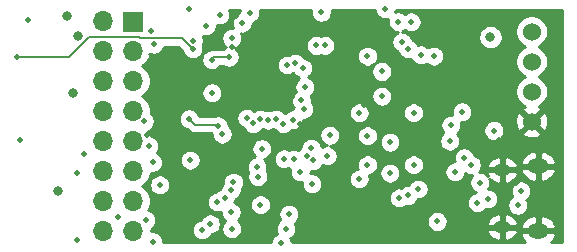
<source format=gbr>
G04 #@! TF.GenerationSoftware,KiCad,Pcbnew,5.1.5+dfsg1-2build2*
G04 #@! TF.CreationDate,2021-11-14T16:11:09+00:00*
G04 #@! TF.ProjectId,picopak,7069636f-7061-46b2-9e6b-696361645f70,rev?*
G04 #@! TF.SameCoordinates,Original*
G04 #@! TF.FileFunction,Copper,L2,Inr*
G04 #@! TF.FilePolarity,Positive*
%FSLAX46Y46*%
G04 Gerber Fmt 4.6, Leading zero omitted, Abs format (unit mm)*
G04 Created by KiCad (PCBNEW 5.1.5+dfsg1-2build2) date 2021-11-14 16:11:09*
%MOMM*%
%LPD*%
G04 APERTURE LIST*
%ADD10C,1.524000*%
%ADD11R,1.700000X1.700000*%
%ADD12O,1.700000X1.700000*%
%ADD13O,1.450000X1.050000*%
%ADD14O,1.800000X1.300000*%
%ADD15C,0.500000*%
%ADD16C,0.800000*%
%ADD17C,0.200000*%
%ADD18C,0.254000*%
G04 APERTURE END LIST*
D10*
X206800000Y-79145000D03*
X206800000Y-76605000D03*
X206800000Y-74065000D03*
X206800000Y-71525000D03*
D11*
X173050000Y-70700000D03*
D12*
X170510000Y-70620000D03*
X173050000Y-73160000D03*
X170510000Y-73160000D03*
X173050000Y-75700000D03*
X170510000Y-75700000D03*
X173050000Y-78240000D03*
X170510000Y-78240000D03*
X173050000Y-80780000D03*
X170510000Y-80780000D03*
X173050000Y-83320000D03*
X170510000Y-83320000D03*
X173050000Y-85860000D03*
X170510000Y-85860000D03*
X173050000Y-88400000D03*
X170510000Y-88400000D03*
D13*
X204320000Y-83225000D03*
X204320000Y-88075000D03*
D14*
X207350000Y-88375000D03*
X207350000Y-82925000D03*
D15*
X205900000Y-85000000D03*
X204000000Y-80700000D03*
X199600000Y-84100000D03*
X189300000Y-84400000D03*
X192300000Y-75400000D03*
X192600000Y-77700000D03*
X190900000Y-72699989D03*
X201250000Y-71200000D03*
X181400000Y-72800003D03*
X177600000Y-88625001D03*
X175691075Y-87529336D03*
X180150000Y-82900000D03*
X205000000Y-72100000D03*
X187223784Y-79329032D03*
X185300000Y-71800000D03*
X181800000Y-70200000D03*
X174249693Y-80279259D03*
X186535835Y-77083472D03*
X205500000Y-84300000D03*
X177900000Y-74200000D03*
X187600000Y-76200000D03*
X187400000Y-74600000D03*
X186100000Y-74349990D03*
X188200000Y-84400000D03*
X189700000Y-80300000D03*
X187750000Y-82023625D03*
X192900000Y-73600000D03*
X181400000Y-72100000D03*
X198500000Y-73600000D03*
X183954047Y-81430282D03*
X192900000Y-82800000D03*
X192900000Y-80345010D03*
X179726556Y-76695626D03*
D16*
X203300000Y-72000000D03*
X168400000Y-71900000D03*
D15*
X174800000Y-72600000D03*
X179250011Y-71049989D03*
X199961091Y-79461091D03*
X200300000Y-83400000D03*
X194800000Y-83500000D03*
X194804990Y-80895010D03*
X177800000Y-78900000D03*
X180267104Y-79500000D03*
X197200000Y-84850000D03*
X205623263Y-86240711D03*
X197400000Y-73500000D03*
X196350000Y-85400000D03*
X203100000Y-85700000D03*
X196350000Y-73000000D03*
X194100000Y-74900000D03*
X194100000Y-77000000D03*
X178100001Y-73000000D03*
X163200000Y-73700000D03*
X178162919Y-72280554D03*
X164170693Y-70500610D03*
X188150000Y-81391928D03*
X187292753Y-77350677D03*
X188318185Y-82432487D03*
X187511597Y-78081384D03*
X192200000Y-84000000D03*
X192200000Y-78400000D03*
X196800000Y-78400000D03*
X196800000Y-82800000D03*
X198800000Y-87600000D03*
X199850010Y-80800000D03*
X179600000Y-87800000D03*
X181200001Y-73700000D03*
X179700000Y-73900000D03*
X203600000Y-79900000D03*
X186800000Y-74200000D03*
X189500000Y-82050000D03*
X200900000Y-78300000D03*
X201100000Y-82200000D03*
X182922988Y-69950000D03*
X174400000Y-81200000D03*
D16*
X168000000Y-76700000D03*
X167500000Y-70200000D03*
D15*
X177800000Y-69600000D03*
X174600000Y-71475000D03*
X189279175Y-72700014D03*
X186000000Y-88200000D03*
X181400000Y-88200000D03*
X181374998Y-86825000D03*
X187200000Y-83385998D03*
X186650000Y-82350002D03*
X186250000Y-87000001D03*
X195800000Y-72400000D03*
X195600000Y-85600000D03*
X196600000Y-70700000D03*
X189000000Y-69900000D03*
X182300000Y-70800000D03*
X186564080Y-79000000D03*
X185781332Y-79315290D03*
X185190616Y-78939714D03*
X184495725Y-79024135D03*
X178900000Y-88325000D03*
X185600000Y-89425000D03*
X185831067Y-82302913D03*
X174007124Y-79125157D03*
X183203215Y-79302710D03*
X183547115Y-82958407D03*
X183605663Y-83794773D03*
X181554999Y-84260001D03*
X181361872Y-84932835D03*
X180800000Y-85600000D03*
X182668011Y-78851535D03*
X180612490Y-80200000D03*
X180193780Y-85950000D03*
X183840711Y-86175000D03*
X183800985Y-78938466D03*
X177900000Y-82400000D03*
X174150000Y-87500000D03*
X171800000Y-87200000D03*
X175300000Y-84500000D03*
X174700000Y-89300000D03*
X168300000Y-89200000D03*
X168300000Y-83500000D03*
X174700000Y-82600000D03*
X168900000Y-81900000D03*
X180400000Y-70100000D03*
X194400000Y-69600000D03*
X195504265Y-70689337D03*
X201700000Y-82800000D03*
X188579174Y-72699988D03*
X163500000Y-80700000D03*
X202200000Y-86000000D03*
X202400000Y-84300000D03*
D16*
X166700000Y-85000000D03*
D17*
X178300000Y-79400000D02*
X177800000Y-78900000D01*
X180267104Y-79400000D02*
X178300000Y-79400000D01*
X178100001Y-73000000D02*
X177200001Y-72100000D01*
X169326003Y-72009999D02*
X167636002Y-73700000D01*
X173602001Y-72009999D02*
X169326003Y-72009999D01*
X173642001Y-72049999D02*
X173602001Y-72009999D01*
X177150000Y-72049999D02*
X173642001Y-72049999D01*
X167636002Y-73700000D02*
X163200000Y-73700000D01*
X177200001Y-72100000D02*
X177150000Y-72049999D01*
X179900000Y-73700000D02*
X179700000Y-73900000D01*
X181200001Y-73700000D02*
X179900000Y-73700000D01*
D18*
G36*
X182071998Y-69691855D02*
G01*
X182037988Y-69862835D01*
X182037988Y-69950612D01*
X181880795Y-70015723D01*
X181735845Y-70112576D01*
X181612576Y-70235845D01*
X181515723Y-70380795D01*
X181449010Y-70541855D01*
X181415000Y-70712835D01*
X181415000Y-70887165D01*
X181449010Y-71058145D01*
X181515723Y-71219205D01*
X181516860Y-71220907D01*
X181487165Y-71215000D01*
X181312835Y-71215000D01*
X181141855Y-71249010D01*
X180980795Y-71315723D01*
X180835845Y-71412576D01*
X180712576Y-71535845D01*
X180615723Y-71680795D01*
X180549010Y-71841855D01*
X180515000Y-72012835D01*
X180515000Y-72187165D01*
X180549010Y-72358145D01*
X180615723Y-72519205D01*
X180712576Y-72664155D01*
X180835845Y-72787424D01*
X180933311Y-72852549D01*
X180780796Y-72915723D01*
X180707048Y-72965000D01*
X179936105Y-72965000D01*
X179900000Y-72961444D01*
X179863895Y-72965000D01*
X179755915Y-72975635D01*
X179626146Y-73015000D01*
X179612835Y-73015000D01*
X179441855Y-73049010D01*
X179280795Y-73115723D01*
X179135845Y-73212576D01*
X179012576Y-73335845D01*
X178915723Y-73480795D01*
X178849010Y-73641855D01*
X178815000Y-73812835D01*
X178815000Y-73987165D01*
X178849010Y-74158145D01*
X178915723Y-74319205D01*
X179012576Y-74464155D01*
X179135845Y-74587424D01*
X179280795Y-74684277D01*
X179441855Y-74750990D01*
X179612835Y-74785000D01*
X179787165Y-74785000D01*
X179958145Y-74750990D01*
X180119205Y-74684277D01*
X180264155Y-74587424D01*
X180387424Y-74464155D01*
X180406905Y-74435000D01*
X180707048Y-74435000D01*
X180780796Y-74484277D01*
X180941856Y-74550990D01*
X181112836Y-74585000D01*
X181287166Y-74585000D01*
X181458146Y-74550990D01*
X181619206Y-74484277D01*
X181764156Y-74387424D01*
X181887425Y-74264155D01*
X181984278Y-74119205D01*
X182050991Y-73958145D01*
X182085001Y-73787165D01*
X182085001Y-73612835D01*
X182050991Y-73441855D01*
X181984278Y-73280795D01*
X181887425Y-73135845D01*
X181764156Y-73012576D01*
X181666690Y-72947451D01*
X181819205Y-72884277D01*
X181964155Y-72787424D01*
X182087424Y-72664155D01*
X182121723Y-72612823D01*
X187694174Y-72612823D01*
X187694174Y-72787153D01*
X187728184Y-72958133D01*
X187794897Y-73119193D01*
X187891750Y-73264143D01*
X188015019Y-73387412D01*
X188159969Y-73484265D01*
X188321029Y-73550978D01*
X188492009Y-73584988D01*
X188666339Y-73584988D01*
X188837319Y-73550978D01*
X188929143Y-73512943D01*
X189021030Y-73551004D01*
X189192010Y-73585014D01*
X189366340Y-73585014D01*
X189537320Y-73551004D01*
X189629468Y-73512835D01*
X192015000Y-73512835D01*
X192015000Y-73687165D01*
X192049010Y-73858145D01*
X192115723Y-74019205D01*
X192212576Y-74164155D01*
X192335845Y-74287424D01*
X192480795Y-74384277D01*
X192641855Y-74450990D01*
X192812835Y-74485000D01*
X192987165Y-74485000D01*
X193158145Y-74450990D01*
X193319205Y-74384277D01*
X193454638Y-74293783D01*
X193412576Y-74335845D01*
X193315723Y-74480795D01*
X193249010Y-74641855D01*
X193215000Y-74812835D01*
X193215000Y-74987165D01*
X193249010Y-75158145D01*
X193315723Y-75319205D01*
X193412576Y-75464155D01*
X193535845Y-75587424D01*
X193680795Y-75684277D01*
X193841855Y-75750990D01*
X194012835Y-75785000D01*
X194187165Y-75785000D01*
X194358145Y-75750990D01*
X194519205Y-75684277D01*
X194664155Y-75587424D01*
X194787424Y-75464155D01*
X194884277Y-75319205D01*
X194950990Y-75158145D01*
X194985000Y-74987165D01*
X194985000Y-74812835D01*
X194950990Y-74641855D01*
X194884277Y-74480795D01*
X194787424Y-74335845D01*
X194664155Y-74212576D01*
X194519205Y-74115723D01*
X194358145Y-74049010D01*
X194187165Y-74015000D01*
X194012835Y-74015000D01*
X193841855Y-74049010D01*
X193680795Y-74115723D01*
X193545362Y-74206217D01*
X193587424Y-74164155D01*
X193684277Y-74019205D01*
X193750990Y-73858145D01*
X193785000Y-73687165D01*
X193785000Y-73512835D01*
X193750990Y-73341855D01*
X193684277Y-73180795D01*
X193587424Y-73035845D01*
X193464155Y-72912576D01*
X193319205Y-72815723D01*
X193158145Y-72749010D01*
X192987165Y-72715000D01*
X192812835Y-72715000D01*
X192641855Y-72749010D01*
X192480795Y-72815723D01*
X192335845Y-72912576D01*
X192212576Y-73035845D01*
X192115723Y-73180795D01*
X192049010Y-73341855D01*
X192015000Y-73512835D01*
X189629468Y-73512835D01*
X189698380Y-73484291D01*
X189843330Y-73387438D01*
X189966599Y-73264169D01*
X190063452Y-73119219D01*
X190130165Y-72958159D01*
X190164175Y-72787179D01*
X190164175Y-72612849D01*
X190130165Y-72441869D01*
X190063452Y-72280809D01*
X189966599Y-72135859D01*
X189843330Y-72012590D01*
X189698380Y-71915737D01*
X189537320Y-71849024D01*
X189366340Y-71815014D01*
X189192010Y-71815014D01*
X189021030Y-71849024D01*
X188929206Y-71887059D01*
X188837319Y-71848998D01*
X188666339Y-71814988D01*
X188492009Y-71814988D01*
X188321029Y-71848998D01*
X188159969Y-71915711D01*
X188015019Y-72012564D01*
X187891750Y-72135833D01*
X187794897Y-72280783D01*
X187728184Y-72441843D01*
X187694174Y-72612823D01*
X182121723Y-72612823D01*
X182184277Y-72519205D01*
X182250990Y-72358145D01*
X182285000Y-72187165D01*
X182285000Y-72012835D01*
X182250990Y-71841855D01*
X182184277Y-71680795D01*
X182183140Y-71679093D01*
X182212835Y-71685000D01*
X182387165Y-71685000D01*
X182558145Y-71650990D01*
X182719205Y-71584277D01*
X182864155Y-71487424D01*
X182987424Y-71364155D01*
X183084277Y-71219205D01*
X183150990Y-71058145D01*
X183185000Y-70887165D01*
X183185000Y-70799388D01*
X183342193Y-70734277D01*
X183487143Y-70637424D01*
X183610412Y-70514155D01*
X183707265Y-70369205D01*
X183773978Y-70208145D01*
X183807988Y-70037165D01*
X183807988Y-69862835D01*
X183773978Y-69691855D01*
X183760783Y-69660000D01*
X188145401Y-69660000D01*
X188115000Y-69812835D01*
X188115000Y-69987165D01*
X188149010Y-70158145D01*
X188215723Y-70319205D01*
X188312576Y-70464155D01*
X188435845Y-70587424D01*
X188580795Y-70684277D01*
X188741855Y-70750990D01*
X188912835Y-70785000D01*
X189087165Y-70785000D01*
X189258145Y-70750990D01*
X189419205Y-70684277D01*
X189564155Y-70587424D01*
X189687424Y-70464155D01*
X189784277Y-70319205D01*
X189850990Y-70158145D01*
X189885000Y-69987165D01*
X189885000Y-69812835D01*
X189854599Y-69660000D01*
X193515000Y-69660000D01*
X193515000Y-69687165D01*
X193549010Y-69858145D01*
X193615723Y-70019205D01*
X193712576Y-70164155D01*
X193835845Y-70287424D01*
X193980795Y-70384277D01*
X194141855Y-70450990D01*
X194312835Y-70485000D01*
X194487165Y-70485000D01*
X194648974Y-70452814D01*
X194619265Y-70602172D01*
X194619265Y-70776502D01*
X194653275Y-70947482D01*
X194719988Y-71108542D01*
X194816841Y-71253492D01*
X194940110Y-71376761D01*
X195085060Y-71473614D01*
X195246120Y-71540327D01*
X195417100Y-71574337D01*
X195480710Y-71574337D01*
X195380795Y-71615723D01*
X195235845Y-71712576D01*
X195112576Y-71835845D01*
X195015723Y-71980795D01*
X194949010Y-72141855D01*
X194915000Y-72312835D01*
X194915000Y-72487165D01*
X194949010Y-72658145D01*
X195015723Y-72819205D01*
X195112576Y-72964155D01*
X195235845Y-73087424D01*
X195380795Y-73184277D01*
X195493612Y-73231007D01*
X195499010Y-73258145D01*
X195565723Y-73419205D01*
X195662576Y-73564155D01*
X195785845Y-73687424D01*
X195930795Y-73784277D01*
X196091855Y-73850990D01*
X196262835Y-73885000D01*
X196437165Y-73885000D01*
X196589041Y-73854790D01*
X196615723Y-73919205D01*
X196712576Y-74064155D01*
X196835845Y-74187424D01*
X196980795Y-74284277D01*
X197141855Y-74350990D01*
X197312835Y-74385000D01*
X197487165Y-74385000D01*
X197658145Y-74350990D01*
X197819205Y-74284277D01*
X197887239Y-74238818D01*
X197935845Y-74287424D01*
X198080795Y-74384277D01*
X198241855Y-74450990D01*
X198412835Y-74485000D01*
X198587165Y-74485000D01*
X198758145Y-74450990D01*
X198919205Y-74384277D01*
X199064155Y-74287424D01*
X199187424Y-74164155D01*
X199284277Y-74019205D01*
X199350990Y-73858145D01*
X199385000Y-73687165D01*
X199385000Y-73512835D01*
X199350990Y-73341855D01*
X199284277Y-73180795D01*
X199187424Y-73035845D01*
X199064155Y-72912576D01*
X198919205Y-72815723D01*
X198758145Y-72749010D01*
X198587165Y-72715000D01*
X198412835Y-72715000D01*
X198241855Y-72749010D01*
X198080795Y-72815723D01*
X198012761Y-72861182D01*
X197964155Y-72812576D01*
X197819205Y-72715723D01*
X197658145Y-72649010D01*
X197487165Y-72615000D01*
X197312835Y-72615000D01*
X197160959Y-72645210D01*
X197134277Y-72580795D01*
X197037424Y-72435845D01*
X196914155Y-72312576D01*
X196769205Y-72215723D01*
X196656388Y-72168993D01*
X196650990Y-72141855D01*
X196584277Y-71980795D01*
X196528996Y-71898061D01*
X202265000Y-71898061D01*
X202265000Y-72101939D01*
X202304774Y-72301898D01*
X202382795Y-72490256D01*
X202496063Y-72659774D01*
X202640226Y-72803937D01*
X202809744Y-72917205D01*
X202998102Y-72995226D01*
X203198061Y-73035000D01*
X203401939Y-73035000D01*
X203601898Y-72995226D01*
X203790256Y-72917205D01*
X203959774Y-72803937D01*
X204103937Y-72659774D01*
X204217205Y-72490256D01*
X204295226Y-72301898D01*
X204335000Y-72101939D01*
X204335000Y-71898061D01*
X204295226Y-71698102D01*
X204217205Y-71509744D01*
X204135463Y-71387408D01*
X205403000Y-71387408D01*
X205403000Y-71662592D01*
X205456686Y-71932490D01*
X205561995Y-72186727D01*
X205714880Y-72415535D01*
X205909465Y-72610120D01*
X206138273Y-72763005D01*
X206215515Y-72795000D01*
X206138273Y-72826995D01*
X205909465Y-72979880D01*
X205714880Y-73174465D01*
X205561995Y-73403273D01*
X205456686Y-73657510D01*
X205403000Y-73927408D01*
X205403000Y-74202592D01*
X205456686Y-74472490D01*
X205561995Y-74726727D01*
X205714880Y-74955535D01*
X205909465Y-75150120D01*
X206138273Y-75303005D01*
X206215515Y-75335000D01*
X206138273Y-75366995D01*
X205909465Y-75519880D01*
X205714880Y-75714465D01*
X205561995Y-75943273D01*
X205456686Y-76197510D01*
X205403000Y-76467408D01*
X205403000Y-76742592D01*
X205456686Y-77012490D01*
X205561995Y-77266727D01*
X205714880Y-77495535D01*
X205909465Y-77690120D01*
X206138273Y-77843005D01*
X206209943Y-77872692D01*
X206196977Y-77877364D01*
X206081020Y-77939344D01*
X206014040Y-78179435D01*
X206800000Y-78965395D01*
X207585960Y-78179435D01*
X207518980Y-77939344D01*
X207383240Y-77875515D01*
X207461727Y-77843005D01*
X207690535Y-77690120D01*
X207885120Y-77495535D01*
X208038005Y-77266727D01*
X208143314Y-77012490D01*
X208197000Y-76742592D01*
X208197000Y-76467408D01*
X208143314Y-76197510D01*
X208038005Y-75943273D01*
X207885120Y-75714465D01*
X207690535Y-75519880D01*
X207461727Y-75366995D01*
X207384485Y-75335000D01*
X207461727Y-75303005D01*
X207690535Y-75150120D01*
X207885120Y-74955535D01*
X208038005Y-74726727D01*
X208143314Y-74472490D01*
X208197000Y-74202592D01*
X208197000Y-73927408D01*
X208143314Y-73657510D01*
X208038005Y-73403273D01*
X207885120Y-73174465D01*
X207690535Y-72979880D01*
X207461727Y-72826995D01*
X207384485Y-72795000D01*
X207461727Y-72763005D01*
X207690535Y-72610120D01*
X207885120Y-72415535D01*
X208038005Y-72186727D01*
X208143314Y-71932490D01*
X208197000Y-71662592D01*
X208197000Y-71387408D01*
X208143314Y-71117510D01*
X208038005Y-70863273D01*
X207885120Y-70634465D01*
X207690535Y-70439880D01*
X207461727Y-70286995D01*
X207207490Y-70181686D01*
X206937592Y-70128000D01*
X206662408Y-70128000D01*
X206392510Y-70181686D01*
X206138273Y-70286995D01*
X205909465Y-70439880D01*
X205714880Y-70634465D01*
X205561995Y-70863273D01*
X205456686Y-71117510D01*
X205403000Y-71387408D01*
X204135463Y-71387408D01*
X204103937Y-71340226D01*
X203959774Y-71196063D01*
X203790256Y-71082795D01*
X203601898Y-71004774D01*
X203401939Y-70965000D01*
X203198061Y-70965000D01*
X202998102Y-71004774D01*
X202809744Y-71082795D01*
X202640226Y-71196063D01*
X202496063Y-71340226D01*
X202382795Y-71509744D01*
X202304774Y-71698102D01*
X202265000Y-71898061D01*
X196528996Y-71898061D01*
X196487424Y-71835845D01*
X196364155Y-71712576D01*
X196219205Y-71615723D01*
X196058145Y-71549010D01*
X195887165Y-71515000D01*
X195823555Y-71515000D01*
X195923470Y-71473614D01*
X196044153Y-71392976D01*
X196180795Y-71484277D01*
X196341855Y-71550990D01*
X196512835Y-71585000D01*
X196687165Y-71585000D01*
X196858145Y-71550990D01*
X197019205Y-71484277D01*
X197164155Y-71387424D01*
X197287424Y-71264155D01*
X197384277Y-71119205D01*
X197450990Y-70958145D01*
X197485000Y-70787165D01*
X197485000Y-70612835D01*
X197450990Y-70441855D01*
X197384277Y-70280795D01*
X197287424Y-70135845D01*
X197164155Y-70012576D01*
X197019205Y-69915723D01*
X196858145Y-69849010D01*
X196687165Y-69815000D01*
X196512835Y-69815000D01*
X196341855Y-69849010D01*
X196180795Y-69915723D01*
X196060112Y-69996361D01*
X195923470Y-69905060D01*
X195762410Y-69838347D01*
X195591430Y-69804337D01*
X195417100Y-69804337D01*
X195255291Y-69836523D01*
X195285000Y-69687165D01*
X195285000Y-69660000D01*
X209340000Y-69660000D01*
X209340000Y-70032418D01*
X209340001Y-70032428D01*
X209340000Y-89340000D01*
X208457581Y-89340000D01*
X208572191Y-89233375D01*
X208720971Y-89027217D01*
X208826673Y-88795994D01*
X208843099Y-88700471D01*
X208719067Y-88502000D01*
X207477000Y-88502000D01*
X207477000Y-88522000D01*
X207223000Y-88522000D01*
X207223000Y-88502000D01*
X205980933Y-88502000D01*
X205856901Y-88700471D01*
X205873327Y-88795994D01*
X205979029Y-89027217D01*
X206127809Y-89233375D01*
X206242419Y-89340000D01*
X186485000Y-89340000D01*
X186485000Y-89337835D01*
X186450990Y-89166855D01*
X186384277Y-89005795D01*
X186380587Y-89000273D01*
X186419205Y-88984277D01*
X186564155Y-88887424D01*
X186687424Y-88764155D01*
X186784277Y-88619205D01*
X186850990Y-88458145D01*
X186885000Y-88287165D01*
X186885000Y-88112835D01*
X186850990Y-87941855D01*
X186784277Y-87780795D01*
X186750368Y-87730046D01*
X186814155Y-87687425D01*
X186937424Y-87564156D01*
X186971715Y-87512835D01*
X197915000Y-87512835D01*
X197915000Y-87687165D01*
X197949010Y-87858145D01*
X198015723Y-88019205D01*
X198112576Y-88164155D01*
X198235845Y-88287424D01*
X198380795Y-88384277D01*
X198541855Y-88450990D01*
X198712835Y-88485000D01*
X198887165Y-88485000D01*
X199058145Y-88450990D01*
X199219205Y-88384277D01*
X199224393Y-88380810D01*
X203001036Y-88380810D01*
X203005216Y-88417711D01*
X203093496Y-88628609D01*
X203221224Y-88818232D01*
X203383491Y-88979294D01*
X203574062Y-89105604D01*
X203785613Y-89192308D01*
X204010014Y-89236075D01*
X204193000Y-89080236D01*
X204193000Y-88202000D01*
X204447000Y-88202000D01*
X204447000Y-89080236D01*
X204629986Y-89236075D01*
X204854387Y-89192308D01*
X205065938Y-89105604D01*
X205256509Y-88979294D01*
X205418776Y-88818232D01*
X205546504Y-88628609D01*
X205634784Y-88417711D01*
X205638964Y-88380810D01*
X205513163Y-88202000D01*
X204447000Y-88202000D01*
X204193000Y-88202000D01*
X203126837Y-88202000D01*
X203001036Y-88380810D01*
X199224393Y-88380810D01*
X199364155Y-88287424D01*
X199487424Y-88164155D01*
X199564015Y-88049529D01*
X205856901Y-88049529D01*
X205980933Y-88248000D01*
X207223000Y-88248000D01*
X207223000Y-87242691D01*
X207477000Y-87242691D01*
X207477000Y-88248000D01*
X208719067Y-88248000D01*
X208843099Y-88049529D01*
X208826673Y-87954006D01*
X208720971Y-87722783D01*
X208572191Y-87516625D01*
X208386050Y-87343453D01*
X208169701Y-87209923D01*
X207931459Y-87121167D01*
X207680480Y-87080595D01*
X207477000Y-87242691D01*
X207223000Y-87242691D01*
X207019520Y-87080595D01*
X206768541Y-87121167D01*
X206530299Y-87209923D01*
X206313950Y-87343453D01*
X206127809Y-87516625D01*
X205979029Y-87722783D01*
X205873327Y-87954006D01*
X205856901Y-88049529D01*
X199564015Y-88049529D01*
X199584277Y-88019205D01*
X199650990Y-87858145D01*
X199668684Y-87769190D01*
X203001036Y-87769190D01*
X203126837Y-87948000D01*
X204193000Y-87948000D01*
X204193000Y-87069764D01*
X204447000Y-87069764D01*
X204447000Y-87948000D01*
X205513163Y-87948000D01*
X205638964Y-87769190D01*
X205634784Y-87732289D01*
X205546504Y-87521391D01*
X205418776Y-87331768D01*
X205256509Y-87170706D01*
X205065938Y-87044396D01*
X204854387Y-86957692D01*
X204629986Y-86913925D01*
X204447000Y-87069764D01*
X204193000Y-87069764D01*
X204010014Y-86913925D01*
X203785613Y-86957692D01*
X203574062Y-87044396D01*
X203383491Y-87170706D01*
X203221224Y-87331768D01*
X203093496Y-87521391D01*
X203005216Y-87732289D01*
X203001036Y-87769190D01*
X199668684Y-87769190D01*
X199685000Y-87687165D01*
X199685000Y-87512835D01*
X199650990Y-87341855D01*
X199584277Y-87180795D01*
X199487424Y-87035845D01*
X199364155Y-86912576D01*
X199219205Y-86815723D01*
X199058145Y-86749010D01*
X198887165Y-86715000D01*
X198712835Y-86715000D01*
X198541855Y-86749010D01*
X198380795Y-86815723D01*
X198235845Y-86912576D01*
X198112576Y-87035845D01*
X198015723Y-87180795D01*
X197949010Y-87341855D01*
X197915000Y-87512835D01*
X186971715Y-87512835D01*
X187034277Y-87419206D01*
X187100990Y-87258146D01*
X187135000Y-87087166D01*
X187135000Y-86912836D01*
X187100990Y-86741856D01*
X187034277Y-86580796D01*
X186937424Y-86435846D01*
X186814155Y-86312577D01*
X186669205Y-86215724D01*
X186508145Y-86149011D01*
X186337165Y-86115001D01*
X186162835Y-86115001D01*
X185991855Y-86149011D01*
X185830795Y-86215724D01*
X185685845Y-86312577D01*
X185562576Y-86435846D01*
X185465723Y-86580796D01*
X185399010Y-86741856D01*
X185365000Y-86912836D01*
X185365000Y-87087166D01*
X185399010Y-87258146D01*
X185465723Y-87419206D01*
X185499632Y-87469955D01*
X185435845Y-87512576D01*
X185312576Y-87635845D01*
X185215723Y-87780795D01*
X185149010Y-87941855D01*
X185115000Y-88112835D01*
X185115000Y-88287165D01*
X185149010Y-88458145D01*
X185215723Y-88619205D01*
X185219413Y-88624727D01*
X185180795Y-88640723D01*
X185035845Y-88737576D01*
X184912576Y-88860845D01*
X184815723Y-89005795D01*
X184749010Y-89166855D01*
X184715000Y-89337835D01*
X184715000Y-89340000D01*
X175585000Y-89340000D01*
X175585000Y-89212835D01*
X175550990Y-89041855D01*
X175484277Y-88880795D01*
X175387424Y-88735845D01*
X175264155Y-88612576D01*
X175119205Y-88515723D01*
X174958145Y-88449010D01*
X174787165Y-88415000D01*
X174612835Y-88415000D01*
X174535000Y-88430482D01*
X174535000Y-88298445D01*
X174569205Y-88284277D01*
X174638710Y-88237835D01*
X178015000Y-88237835D01*
X178015000Y-88412165D01*
X178049010Y-88583145D01*
X178115723Y-88744205D01*
X178212576Y-88889155D01*
X178335845Y-89012424D01*
X178480795Y-89109277D01*
X178641855Y-89175990D01*
X178812835Y-89210000D01*
X178987165Y-89210000D01*
X179158145Y-89175990D01*
X179319205Y-89109277D01*
X179464155Y-89012424D01*
X179587424Y-88889155D01*
X179684277Y-88744205D01*
X179710743Y-88680310D01*
X179858145Y-88650990D01*
X180019205Y-88584277D01*
X180164155Y-88487424D01*
X180287424Y-88364155D01*
X180384277Y-88219205D01*
X180450990Y-88058145D01*
X180485000Y-87887165D01*
X180485000Y-87712835D01*
X180450990Y-87541855D01*
X180384277Y-87380795D01*
X180287424Y-87235845D01*
X180164155Y-87112576D01*
X180019205Y-87015723D01*
X179858145Y-86949010D01*
X179687165Y-86915000D01*
X179512835Y-86915000D01*
X179341855Y-86949010D01*
X179180795Y-87015723D01*
X179035845Y-87112576D01*
X178912576Y-87235845D01*
X178815723Y-87380795D01*
X178789257Y-87444690D01*
X178641855Y-87474010D01*
X178480795Y-87540723D01*
X178335845Y-87637576D01*
X178212576Y-87760845D01*
X178115723Y-87905795D01*
X178049010Y-88066855D01*
X178015000Y-88237835D01*
X174638710Y-88237835D01*
X174714155Y-88187424D01*
X174837424Y-88064155D01*
X174934277Y-87919205D01*
X175000990Y-87758145D01*
X175035000Y-87587165D01*
X175035000Y-87412835D01*
X175000990Y-87241855D01*
X174934277Y-87080795D01*
X174837424Y-86935845D01*
X174714155Y-86812576D01*
X174569205Y-86715723D01*
X174408145Y-86649010D01*
X174320450Y-86631566D01*
X174365990Y-86563411D01*
X174477932Y-86293158D01*
X174535000Y-86006260D01*
X174535000Y-85862835D01*
X179308780Y-85862835D01*
X179308780Y-86037165D01*
X179342790Y-86208145D01*
X179409503Y-86369205D01*
X179506356Y-86514155D01*
X179629625Y-86637424D01*
X179774575Y-86734277D01*
X179935635Y-86800990D01*
X180106615Y-86835000D01*
X180280945Y-86835000D01*
X180451925Y-86800990D01*
X180489998Y-86785220D01*
X180489998Y-86912165D01*
X180524008Y-87083145D01*
X180590721Y-87244205D01*
X180687574Y-87389155D01*
X180810843Y-87512424D01*
X180825922Y-87522499D01*
X180712576Y-87635845D01*
X180615723Y-87780795D01*
X180549010Y-87941855D01*
X180515000Y-88112835D01*
X180515000Y-88287165D01*
X180549010Y-88458145D01*
X180615723Y-88619205D01*
X180712576Y-88764155D01*
X180835845Y-88887424D01*
X180980795Y-88984277D01*
X181141855Y-89050990D01*
X181312835Y-89085000D01*
X181487165Y-89085000D01*
X181658145Y-89050990D01*
X181819205Y-88984277D01*
X181964155Y-88887424D01*
X182087424Y-88764155D01*
X182184277Y-88619205D01*
X182250990Y-88458145D01*
X182285000Y-88287165D01*
X182285000Y-88112835D01*
X182250990Y-87941855D01*
X182184277Y-87780795D01*
X182087424Y-87635845D01*
X181964155Y-87512576D01*
X181949076Y-87502501D01*
X182062422Y-87389155D01*
X182159275Y-87244205D01*
X182225988Y-87083145D01*
X182259998Y-86912165D01*
X182259998Y-86737835D01*
X182225988Y-86566855D01*
X182159275Y-86405795D01*
X182062422Y-86260845D01*
X181939153Y-86137576D01*
X181864711Y-86087835D01*
X182955711Y-86087835D01*
X182955711Y-86262165D01*
X182989721Y-86433145D01*
X183056434Y-86594205D01*
X183153287Y-86739155D01*
X183276556Y-86862424D01*
X183421506Y-86959277D01*
X183582566Y-87025990D01*
X183753546Y-87060000D01*
X183927876Y-87060000D01*
X184098856Y-87025990D01*
X184259916Y-86959277D01*
X184404866Y-86862424D01*
X184528135Y-86739155D01*
X184624988Y-86594205D01*
X184691701Y-86433145D01*
X184725711Y-86262165D01*
X184725711Y-86087835D01*
X184691701Y-85916855D01*
X184624988Y-85755795D01*
X184528135Y-85610845D01*
X184430125Y-85512835D01*
X194715000Y-85512835D01*
X194715000Y-85687165D01*
X194749010Y-85858145D01*
X194815723Y-86019205D01*
X194912576Y-86164155D01*
X195035845Y-86287424D01*
X195180795Y-86384277D01*
X195341855Y-86450990D01*
X195512835Y-86485000D01*
X195687165Y-86485000D01*
X195858145Y-86450990D01*
X196019205Y-86384277D01*
X196164155Y-86287424D01*
X196182549Y-86269030D01*
X196262835Y-86285000D01*
X196437165Y-86285000D01*
X196608145Y-86250990D01*
X196769205Y-86184277D01*
X196914155Y-86087424D01*
X197037424Y-85964155D01*
X197134277Y-85819205D01*
X197169156Y-85735000D01*
X197287165Y-85735000D01*
X197458145Y-85700990D01*
X197619205Y-85634277D01*
X197764155Y-85537424D01*
X197887424Y-85414155D01*
X197984277Y-85269205D01*
X198050990Y-85108145D01*
X198085000Y-84937165D01*
X198085000Y-84762835D01*
X198050990Y-84591855D01*
X197984277Y-84430795D01*
X197887424Y-84285845D01*
X197764155Y-84162576D01*
X197619205Y-84065723D01*
X197458145Y-83999010D01*
X197287165Y-83965000D01*
X197112835Y-83965000D01*
X196941855Y-83999010D01*
X196780795Y-84065723D01*
X196635845Y-84162576D01*
X196512576Y-84285845D01*
X196415723Y-84430795D01*
X196380844Y-84515000D01*
X196262835Y-84515000D01*
X196091855Y-84549010D01*
X195930795Y-84615723D01*
X195785845Y-84712576D01*
X195767451Y-84730970D01*
X195687165Y-84715000D01*
X195512835Y-84715000D01*
X195341855Y-84749010D01*
X195180795Y-84815723D01*
X195035845Y-84912576D01*
X194912576Y-85035845D01*
X194815723Y-85180795D01*
X194749010Y-85341855D01*
X194715000Y-85512835D01*
X184430125Y-85512835D01*
X184404866Y-85487576D01*
X184259916Y-85390723D01*
X184098856Y-85324010D01*
X183927876Y-85290000D01*
X183753546Y-85290000D01*
X183582566Y-85324010D01*
X183421506Y-85390723D01*
X183276556Y-85487576D01*
X183153287Y-85610845D01*
X183056434Y-85755795D01*
X182989721Y-85916855D01*
X182955711Y-86087835D01*
X181864711Y-86087835D01*
X181794203Y-86040723D01*
X181633143Y-85974010D01*
X181605292Y-85968470D01*
X181650990Y-85858145D01*
X181669882Y-85763170D01*
X181781077Y-85717112D01*
X181926027Y-85620259D01*
X182049296Y-85496990D01*
X182146149Y-85352040D01*
X182212862Y-85190980D01*
X182246872Y-85020000D01*
X182246872Y-84845670D01*
X182242554Y-84823960D01*
X182339276Y-84679206D01*
X182405989Y-84518146D01*
X182439999Y-84347166D01*
X182439999Y-84172836D01*
X182405989Y-84001856D01*
X182339276Y-83840796D01*
X182242423Y-83695846D01*
X182119154Y-83572577D01*
X181974204Y-83475724D01*
X181813144Y-83409011D01*
X181642164Y-83375001D01*
X181467834Y-83375001D01*
X181296854Y-83409011D01*
X181135794Y-83475724D01*
X180990844Y-83572577D01*
X180867575Y-83695846D01*
X180770722Y-83840796D01*
X180704009Y-84001856D01*
X180669999Y-84172836D01*
X180669999Y-84347166D01*
X180674317Y-84368876D01*
X180577595Y-84513630D01*
X180510882Y-84674690D01*
X180491990Y-84769665D01*
X180380795Y-84815723D01*
X180235845Y-84912576D01*
X180112576Y-85035845D01*
X180091023Y-85068101D01*
X179935635Y-85099010D01*
X179774575Y-85165723D01*
X179629625Y-85262576D01*
X179506356Y-85385845D01*
X179409503Y-85530795D01*
X179342790Y-85691855D01*
X179308780Y-85862835D01*
X174535000Y-85862835D01*
X174535000Y-85713740D01*
X174477932Y-85426842D01*
X174365990Y-85156589D01*
X174203475Y-84913368D01*
X173996632Y-84706525D01*
X173822240Y-84590000D01*
X173996632Y-84473475D01*
X174057272Y-84412835D01*
X174415000Y-84412835D01*
X174415000Y-84587165D01*
X174449010Y-84758145D01*
X174515723Y-84919205D01*
X174612576Y-85064155D01*
X174735845Y-85187424D01*
X174880795Y-85284277D01*
X175041855Y-85350990D01*
X175212835Y-85385000D01*
X175387165Y-85385000D01*
X175558145Y-85350990D01*
X175719205Y-85284277D01*
X175864155Y-85187424D01*
X175987424Y-85064155D01*
X176084277Y-84919205D01*
X176150990Y-84758145D01*
X176185000Y-84587165D01*
X176185000Y-84412835D01*
X176150990Y-84241855D01*
X176084277Y-84080795D01*
X175987424Y-83935845D01*
X175864155Y-83812576D01*
X175719205Y-83715723D01*
X175558145Y-83649010D01*
X175387165Y-83615000D01*
X175212835Y-83615000D01*
X175041855Y-83649010D01*
X174880795Y-83715723D01*
X174735845Y-83812576D01*
X174612576Y-83935845D01*
X174515723Y-84080795D01*
X174449010Y-84241855D01*
X174415000Y-84412835D01*
X174057272Y-84412835D01*
X174203475Y-84266632D01*
X174365990Y-84023411D01*
X174477932Y-83753158D01*
X174534377Y-83469394D01*
X174612835Y-83485000D01*
X174787165Y-83485000D01*
X174958145Y-83450990D01*
X175119205Y-83384277D01*
X175264155Y-83287424D01*
X175387424Y-83164155D01*
X175484277Y-83019205D01*
X175550990Y-82858145D01*
X175585000Y-82687165D01*
X175585000Y-82512835D01*
X175550990Y-82341855D01*
X175538970Y-82312835D01*
X177015000Y-82312835D01*
X177015000Y-82487165D01*
X177049010Y-82658145D01*
X177115723Y-82819205D01*
X177212576Y-82964155D01*
X177335845Y-83087424D01*
X177480795Y-83184277D01*
X177641855Y-83250990D01*
X177812835Y-83285000D01*
X177987165Y-83285000D01*
X178158145Y-83250990D01*
X178319205Y-83184277D01*
X178464155Y-83087424D01*
X178587424Y-82964155D01*
X178649506Y-82871242D01*
X182662115Y-82871242D01*
X182662115Y-83045572D01*
X182696125Y-83216552D01*
X182762838Y-83377612D01*
X182798458Y-83430921D01*
X182754673Y-83536628D01*
X182720663Y-83707608D01*
X182720663Y-83881938D01*
X182754673Y-84052918D01*
X182821386Y-84213978D01*
X182918239Y-84358928D01*
X183041508Y-84482197D01*
X183186458Y-84579050D01*
X183347518Y-84645763D01*
X183518498Y-84679773D01*
X183692828Y-84679773D01*
X183863808Y-84645763D01*
X184024868Y-84579050D01*
X184169818Y-84482197D01*
X184293087Y-84358928D01*
X184389940Y-84213978D01*
X184456653Y-84052918D01*
X184490663Y-83881938D01*
X184490663Y-83707608D01*
X184456653Y-83536628D01*
X184389940Y-83375568D01*
X184354320Y-83322259D01*
X184398105Y-83216552D01*
X184432115Y-83045572D01*
X184432115Y-82871242D01*
X184398105Y-82700262D01*
X184331392Y-82539202D01*
X184234539Y-82394252D01*
X184136596Y-82296309D01*
X184212192Y-82281272D01*
X184370381Y-82215748D01*
X184946067Y-82215748D01*
X184946067Y-82390078D01*
X184980077Y-82561058D01*
X185046790Y-82722118D01*
X185143643Y-82867068D01*
X185266912Y-82990337D01*
X185411862Y-83087190D01*
X185572922Y-83153903D01*
X185743902Y-83187913D01*
X185918232Y-83187913D01*
X186089212Y-83153903D01*
X186194744Y-83110190D01*
X186230795Y-83134279D01*
X186338831Y-83179029D01*
X186315000Y-83298833D01*
X186315000Y-83473163D01*
X186349010Y-83644143D01*
X186415723Y-83805203D01*
X186512576Y-83950153D01*
X186635845Y-84073422D01*
X186780795Y-84170275D01*
X186941855Y-84236988D01*
X187112835Y-84270998D01*
X187287165Y-84270998D01*
X187324811Y-84263510D01*
X187315000Y-84312835D01*
X187315000Y-84487165D01*
X187349010Y-84658145D01*
X187415723Y-84819205D01*
X187512576Y-84964155D01*
X187635845Y-85087424D01*
X187780795Y-85184277D01*
X187941855Y-85250990D01*
X188112835Y-85285000D01*
X188287165Y-85285000D01*
X188458145Y-85250990D01*
X188619205Y-85184277D01*
X188764155Y-85087424D01*
X188887424Y-84964155D01*
X188984277Y-84819205D01*
X189050990Y-84658145D01*
X189085000Y-84487165D01*
X189085000Y-84312835D01*
X189050990Y-84141855D01*
X188984277Y-83980795D01*
X188938868Y-83912835D01*
X191315000Y-83912835D01*
X191315000Y-84087165D01*
X191349010Y-84258145D01*
X191415723Y-84419205D01*
X191512576Y-84564155D01*
X191635845Y-84687424D01*
X191780795Y-84784277D01*
X191941855Y-84850990D01*
X192112835Y-84885000D01*
X192287165Y-84885000D01*
X192458145Y-84850990D01*
X192619205Y-84784277D01*
X192764155Y-84687424D01*
X192887424Y-84564155D01*
X192984277Y-84419205D01*
X193050990Y-84258145D01*
X193085000Y-84087165D01*
X193085000Y-83912835D01*
X193050990Y-83741855D01*
X193024374Y-83677599D01*
X193158145Y-83650990D01*
X193319205Y-83584277D01*
X193464155Y-83487424D01*
X193538744Y-83412835D01*
X193915000Y-83412835D01*
X193915000Y-83587165D01*
X193949010Y-83758145D01*
X194015723Y-83919205D01*
X194112576Y-84064155D01*
X194235845Y-84187424D01*
X194380795Y-84284277D01*
X194541855Y-84350990D01*
X194712835Y-84385000D01*
X194887165Y-84385000D01*
X195058145Y-84350990D01*
X195219205Y-84284277D01*
X195364155Y-84187424D01*
X195487424Y-84064155D01*
X195584277Y-83919205D01*
X195650990Y-83758145D01*
X195685000Y-83587165D01*
X195685000Y-83412835D01*
X195650990Y-83241855D01*
X195584277Y-83080795D01*
X195487424Y-82935845D01*
X195364155Y-82812576D01*
X195219205Y-82715723D01*
X195212233Y-82712835D01*
X195915000Y-82712835D01*
X195915000Y-82887165D01*
X195949010Y-83058145D01*
X196015723Y-83219205D01*
X196112576Y-83364155D01*
X196235845Y-83487424D01*
X196380795Y-83584277D01*
X196541855Y-83650990D01*
X196712835Y-83685000D01*
X196887165Y-83685000D01*
X197058145Y-83650990D01*
X197219205Y-83584277D01*
X197364155Y-83487424D01*
X197487424Y-83364155D01*
X197521715Y-83312835D01*
X199415000Y-83312835D01*
X199415000Y-83487165D01*
X199449010Y-83658145D01*
X199515723Y-83819205D01*
X199612576Y-83964155D01*
X199735845Y-84087424D01*
X199880795Y-84184277D01*
X200041855Y-84250990D01*
X200212835Y-84285000D01*
X200387165Y-84285000D01*
X200558145Y-84250990D01*
X200719205Y-84184277D01*
X200864155Y-84087424D01*
X200987424Y-83964155D01*
X201084277Y-83819205D01*
X201150990Y-83658145D01*
X201179188Y-83516385D01*
X201280795Y-83584277D01*
X201441855Y-83650990D01*
X201612835Y-83685000D01*
X201763421Y-83685000D01*
X201712576Y-83735845D01*
X201615723Y-83880795D01*
X201549010Y-84041855D01*
X201515000Y-84212835D01*
X201515000Y-84387165D01*
X201549010Y-84558145D01*
X201615723Y-84719205D01*
X201712576Y-84864155D01*
X201835845Y-84987424D01*
X201980795Y-85084277D01*
X202073741Y-85122776D01*
X201941855Y-85149010D01*
X201780795Y-85215723D01*
X201635845Y-85312576D01*
X201512576Y-85435845D01*
X201415723Y-85580795D01*
X201349010Y-85741855D01*
X201315000Y-85912835D01*
X201315000Y-86087165D01*
X201349010Y-86258145D01*
X201415723Y-86419205D01*
X201512576Y-86564155D01*
X201635845Y-86687424D01*
X201780795Y-86784277D01*
X201941855Y-86850990D01*
X202112835Y-86885000D01*
X202287165Y-86885000D01*
X202458145Y-86850990D01*
X202619205Y-86784277D01*
X202764155Y-86687424D01*
X202887424Y-86564155D01*
X202889843Y-86560535D01*
X203012835Y-86585000D01*
X203187165Y-86585000D01*
X203358145Y-86550990D01*
X203519205Y-86484277D01*
X203664155Y-86387424D01*
X203787424Y-86264155D01*
X203861330Y-86153546D01*
X204738263Y-86153546D01*
X204738263Y-86327876D01*
X204772273Y-86498856D01*
X204838986Y-86659916D01*
X204935839Y-86804866D01*
X205059108Y-86928135D01*
X205204058Y-87024988D01*
X205365118Y-87091701D01*
X205536098Y-87125711D01*
X205710428Y-87125711D01*
X205881408Y-87091701D01*
X206042468Y-87024988D01*
X206187418Y-86928135D01*
X206310687Y-86804866D01*
X206407540Y-86659916D01*
X206474253Y-86498856D01*
X206508263Y-86327876D01*
X206508263Y-86153546D01*
X206474253Y-85982566D01*
X206407540Y-85821506D01*
X206363077Y-85754963D01*
X206464155Y-85687424D01*
X206587424Y-85564155D01*
X206684277Y-85419205D01*
X206750990Y-85258145D01*
X206785000Y-85087165D01*
X206785000Y-84912835D01*
X206750990Y-84741855D01*
X206684277Y-84580795D01*
X206587424Y-84435845D01*
X206464155Y-84312576D01*
X206319205Y-84215723D01*
X206158145Y-84149010D01*
X205987165Y-84115000D01*
X205812835Y-84115000D01*
X205641855Y-84149010D01*
X205480795Y-84215723D01*
X205335845Y-84312576D01*
X205212576Y-84435845D01*
X205115723Y-84580795D01*
X205049010Y-84741855D01*
X205015000Y-84912835D01*
X205015000Y-85087165D01*
X205049010Y-85258145D01*
X205115723Y-85419205D01*
X205160186Y-85485748D01*
X205059108Y-85553287D01*
X204935839Y-85676556D01*
X204838986Y-85821506D01*
X204772273Y-85982566D01*
X204738263Y-86153546D01*
X203861330Y-86153546D01*
X203884277Y-86119205D01*
X203950990Y-85958145D01*
X203985000Y-85787165D01*
X203985000Y-85612835D01*
X203950990Y-85441855D01*
X203884277Y-85280795D01*
X203787424Y-85135845D01*
X203664155Y-85012576D01*
X203519205Y-84915723D01*
X203358145Y-84849010D01*
X203187165Y-84815000D01*
X203120268Y-84815000D01*
X203184277Y-84719205D01*
X203250990Y-84558145D01*
X203285000Y-84387165D01*
X203285000Y-84212835D01*
X203250990Y-84041855D01*
X203219329Y-83965419D01*
X203221224Y-83968232D01*
X203383491Y-84129294D01*
X203574062Y-84255604D01*
X203785613Y-84342308D01*
X204010014Y-84386075D01*
X204193000Y-84230236D01*
X204193000Y-83352000D01*
X204447000Y-83352000D01*
X204447000Y-84230236D01*
X204629986Y-84386075D01*
X204854387Y-84342308D01*
X205065938Y-84255604D01*
X205256509Y-84129294D01*
X205418776Y-83968232D01*
X205546504Y-83778609D01*
X205634784Y-83567711D01*
X205638964Y-83530810D01*
X205513163Y-83352000D01*
X204447000Y-83352000D01*
X204193000Y-83352000D01*
X203126837Y-83352000D01*
X203001036Y-83530810D01*
X203005216Y-83567711D01*
X203067079Y-83715500D01*
X202964155Y-83612576D01*
X202819205Y-83515723D01*
X202658145Y-83449010D01*
X202487165Y-83415000D01*
X202336579Y-83415000D01*
X202387424Y-83364155D01*
X202463385Y-83250471D01*
X205856901Y-83250471D01*
X205873327Y-83345994D01*
X205979029Y-83577217D01*
X206127809Y-83783375D01*
X206313950Y-83956547D01*
X206530299Y-84090077D01*
X206768541Y-84178833D01*
X207019520Y-84219405D01*
X207223000Y-84057309D01*
X207223000Y-83052000D01*
X207477000Y-83052000D01*
X207477000Y-84057309D01*
X207680480Y-84219405D01*
X207931459Y-84178833D01*
X208169701Y-84090077D01*
X208386050Y-83956547D01*
X208572191Y-83783375D01*
X208720971Y-83577217D01*
X208826673Y-83345994D01*
X208843099Y-83250471D01*
X208719067Y-83052000D01*
X207477000Y-83052000D01*
X207223000Y-83052000D01*
X205980933Y-83052000D01*
X205856901Y-83250471D01*
X202463385Y-83250471D01*
X202484277Y-83219205D01*
X202550990Y-83058145D01*
X202578629Y-82919190D01*
X203001036Y-82919190D01*
X203126837Y-83098000D01*
X204193000Y-83098000D01*
X204193000Y-82219764D01*
X204447000Y-82219764D01*
X204447000Y-83098000D01*
X205513163Y-83098000D01*
X205638964Y-82919190D01*
X205634784Y-82882289D01*
X205546504Y-82671391D01*
X205498099Y-82599529D01*
X205856901Y-82599529D01*
X205980933Y-82798000D01*
X207223000Y-82798000D01*
X207223000Y-81792691D01*
X207477000Y-81792691D01*
X207477000Y-82798000D01*
X208719067Y-82798000D01*
X208843099Y-82599529D01*
X208826673Y-82504006D01*
X208720971Y-82272783D01*
X208572191Y-82066625D01*
X208386050Y-81893453D01*
X208169701Y-81759923D01*
X207931459Y-81671167D01*
X207680480Y-81630595D01*
X207477000Y-81792691D01*
X207223000Y-81792691D01*
X207019520Y-81630595D01*
X206768541Y-81671167D01*
X206530299Y-81759923D01*
X206313950Y-81893453D01*
X206127809Y-82066625D01*
X205979029Y-82272783D01*
X205873327Y-82504006D01*
X205856901Y-82599529D01*
X205498099Y-82599529D01*
X205418776Y-82481768D01*
X205256509Y-82320706D01*
X205065938Y-82194396D01*
X204854387Y-82107692D01*
X204629986Y-82063925D01*
X204447000Y-82219764D01*
X204193000Y-82219764D01*
X204010014Y-82063925D01*
X203785613Y-82107692D01*
X203574062Y-82194396D01*
X203383491Y-82320706D01*
X203221224Y-82481768D01*
X203093496Y-82671391D01*
X203005216Y-82882289D01*
X203001036Y-82919190D01*
X202578629Y-82919190D01*
X202585000Y-82887165D01*
X202585000Y-82712835D01*
X202550990Y-82541855D01*
X202484277Y-82380795D01*
X202387424Y-82235845D01*
X202264155Y-82112576D01*
X202119205Y-82015723D01*
X201958145Y-81949010D01*
X201952177Y-81947823D01*
X201950990Y-81941855D01*
X201884277Y-81780795D01*
X201787424Y-81635845D01*
X201664155Y-81512576D01*
X201519205Y-81415723D01*
X201358145Y-81349010D01*
X201187165Y-81315000D01*
X201012835Y-81315000D01*
X200841855Y-81349010D01*
X200680795Y-81415723D01*
X200535845Y-81512576D01*
X200412576Y-81635845D01*
X200315723Y-81780795D01*
X200249010Y-81941855D01*
X200215000Y-82112835D01*
X200215000Y-82287165D01*
X200249010Y-82458145D01*
X200272560Y-82515000D01*
X200212835Y-82515000D01*
X200041855Y-82549010D01*
X199880795Y-82615723D01*
X199735845Y-82712576D01*
X199612576Y-82835845D01*
X199515723Y-82980795D01*
X199449010Y-83141855D01*
X199415000Y-83312835D01*
X197521715Y-83312835D01*
X197584277Y-83219205D01*
X197650990Y-83058145D01*
X197685000Y-82887165D01*
X197685000Y-82712835D01*
X197650990Y-82541855D01*
X197584277Y-82380795D01*
X197487424Y-82235845D01*
X197364155Y-82112576D01*
X197219205Y-82015723D01*
X197058145Y-81949010D01*
X196887165Y-81915000D01*
X196712835Y-81915000D01*
X196541855Y-81949010D01*
X196380795Y-82015723D01*
X196235845Y-82112576D01*
X196112576Y-82235845D01*
X196015723Y-82380795D01*
X195949010Y-82541855D01*
X195915000Y-82712835D01*
X195212233Y-82712835D01*
X195058145Y-82649010D01*
X194887165Y-82615000D01*
X194712835Y-82615000D01*
X194541855Y-82649010D01*
X194380795Y-82715723D01*
X194235845Y-82812576D01*
X194112576Y-82935845D01*
X194015723Y-83080795D01*
X193949010Y-83241855D01*
X193915000Y-83412835D01*
X193538744Y-83412835D01*
X193587424Y-83364155D01*
X193684277Y-83219205D01*
X193750990Y-83058145D01*
X193785000Y-82887165D01*
X193785000Y-82712835D01*
X193750990Y-82541855D01*
X193684277Y-82380795D01*
X193587424Y-82235845D01*
X193464155Y-82112576D01*
X193319205Y-82015723D01*
X193158145Y-81949010D01*
X192987165Y-81915000D01*
X192812835Y-81915000D01*
X192641855Y-81949010D01*
X192480795Y-82015723D01*
X192335845Y-82112576D01*
X192212576Y-82235845D01*
X192115723Y-82380795D01*
X192049010Y-82541855D01*
X192015000Y-82712835D01*
X192015000Y-82887165D01*
X192049010Y-83058145D01*
X192075626Y-83122401D01*
X191941855Y-83149010D01*
X191780795Y-83215723D01*
X191635845Y-83312576D01*
X191512576Y-83435845D01*
X191415723Y-83580795D01*
X191349010Y-83741855D01*
X191315000Y-83912835D01*
X188938868Y-83912835D01*
X188887424Y-83835845D01*
X188764155Y-83712576D01*
X188619205Y-83615723D01*
X188458145Y-83549010D01*
X188287165Y-83515000D01*
X188112835Y-83515000D01*
X188075189Y-83522488D01*
X188085000Y-83473163D01*
X188085000Y-83298833D01*
X188082848Y-83288014D01*
X188231020Y-83317487D01*
X188405350Y-83317487D01*
X188576330Y-83283477D01*
X188737390Y-83216764D01*
X188882340Y-83119911D01*
X189005609Y-82996642D01*
X189102462Y-82851692D01*
X189105446Y-82844488D01*
X189241855Y-82900990D01*
X189412835Y-82935000D01*
X189587165Y-82935000D01*
X189758145Y-82900990D01*
X189919205Y-82834277D01*
X190064155Y-82737424D01*
X190187424Y-82614155D01*
X190284277Y-82469205D01*
X190350990Y-82308145D01*
X190385000Y-82137165D01*
X190385000Y-81962835D01*
X190350990Y-81791855D01*
X190284277Y-81630795D01*
X190187424Y-81485845D01*
X190064155Y-81362576D01*
X189919205Y-81265723D01*
X189758145Y-81199010D01*
X189687712Y-81185000D01*
X189787165Y-81185000D01*
X189958145Y-81150990D01*
X190119205Y-81084277D01*
X190264155Y-80987424D01*
X190387424Y-80864155D01*
X190484277Y-80719205D01*
X190550990Y-80558145D01*
X190585000Y-80387165D01*
X190585000Y-80257845D01*
X192015000Y-80257845D01*
X192015000Y-80432175D01*
X192049010Y-80603155D01*
X192115723Y-80764215D01*
X192212576Y-80909165D01*
X192335845Y-81032434D01*
X192480795Y-81129287D01*
X192641855Y-81196000D01*
X192812835Y-81230010D01*
X192987165Y-81230010D01*
X193158145Y-81196000D01*
X193319205Y-81129287D01*
X193464155Y-81032434D01*
X193587424Y-80909165D01*
X193655124Y-80807845D01*
X193919990Y-80807845D01*
X193919990Y-80982175D01*
X193954000Y-81153155D01*
X194020713Y-81314215D01*
X194117566Y-81459165D01*
X194240835Y-81582434D01*
X194385785Y-81679287D01*
X194546845Y-81746000D01*
X194717825Y-81780010D01*
X194892155Y-81780010D01*
X195063135Y-81746000D01*
X195224195Y-81679287D01*
X195369145Y-81582434D01*
X195492414Y-81459165D01*
X195589267Y-81314215D01*
X195655980Y-81153155D01*
X195689990Y-80982175D01*
X195689990Y-80807845D01*
X195671092Y-80712835D01*
X198965010Y-80712835D01*
X198965010Y-80887165D01*
X198999020Y-81058145D01*
X199065733Y-81219205D01*
X199162586Y-81364155D01*
X199285855Y-81487424D01*
X199430805Y-81584277D01*
X199591865Y-81650990D01*
X199762845Y-81685000D01*
X199937175Y-81685000D01*
X200108155Y-81650990D01*
X200269215Y-81584277D01*
X200414165Y-81487424D01*
X200537434Y-81364155D01*
X200634287Y-81219205D01*
X200701000Y-81058145D01*
X200735010Y-80887165D01*
X200735010Y-80712835D01*
X200701000Y-80541855D01*
X200634287Y-80380795D01*
X200537434Y-80235845D01*
X200480202Y-80178613D01*
X200525246Y-80148515D01*
X200648515Y-80025246D01*
X200745368Y-79880296D01*
X200773311Y-79812835D01*
X202715000Y-79812835D01*
X202715000Y-79987165D01*
X202749010Y-80158145D01*
X202815723Y-80319205D01*
X202912576Y-80464155D01*
X203035845Y-80587424D01*
X203180795Y-80684277D01*
X203341855Y-80750990D01*
X203512835Y-80785000D01*
X203687165Y-80785000D01*
X203858145Y-80750990D01*
X204019205Y-80684277D01*
X204164155Y-80587424D01*
X204287424Y-80464155D01*
X204384277Y-80319205D01*
X204450990Y-80158145D01*
X204460454Y-80110565D01*
X206014040Y-80110565D01*
X206081020Y-80350656D01*
X206330048Y-80467756D01*
X206597135Y-80534023D01*
X206872017Y-80546910D01*
X207144133Y-80505922D01*
X207403023Y-80412636D01*
X207518980Y-80350656D01*
X207585960Y-80110565D01*
X206800000Y-79324605D01*
X206014040Y-80110565D01*
X204460454Y-80110565D01*
X204485000Y-79987165D01*
X204485000Y-79812835D01*
X204450990Y-79641855D01*
X204384277Y-79480795D01*
X204287424Y-79335845D01*
X204168596Y-79217017D01*
X205398090Y-79217017D01*
X205439078Y-79489133D01*
X205532364Y-79748023D01*
X205594344Y-79863980D01*
X205834435Y-79930960D01*
X206620395Y-79145000D01*
X206979605Y-79145000D01*
X207765565Y-79930960D01*
X208005656Y-79863980D01*
X208122756Y-79614952D01*
X208189023Y-79347865D01*
X208201910Y-79072983D01*
X208160922Y-78800867D01*
X208067636Y-78541977D01*
X208005656Y-78426020D01*
X207765565Y-78359040D01*
X206979605Y-79145000D01*
X206620395Y-79145000D01*
X205834435Y-78359040D01*
X205594344Y-78426020D01*
X205477244Y-78675048D01*
X205410977Y-78942135D01*
X205398090Y-79217017D01*
X204168596Y-79217017D01*
X204164155Y-79212576D01*
X204019205Y-79115723D01*
X203858145Y-79049010D01*
X203687165Y-79015000D01*
X203512835Y-79015000D01*
X203341855Y-79049010D01*
X203180795Y-79115723D01*
X203035845Y-79212576D01*
X202912576Y-79335845D01*
X202815723Y-79480795D01*
X202749010Y-79641855D01*
X202715000Y-79812835D01*
X200773311Y-79812835D01*
X200812081Y-79719236D01*
X200846091Y-79548256D01*
X200846091Y-79373926D01*
X200812081Y-79202946D01*
X200803912Y-79183225D01*
X200812835Y-79185000D01*
X200987165Y-79185000D01*
X201158145Y-79150990D01*
X201319205Y-79084277D01*
X201464155Y-78987424D01*
X201587424Y-78864155D01*
X201684277Y-78719205D01*
X201750990Y-78558145D01*
X201785000Y-78387165D01*
X201785000Y-78212835D01*
X201750990Y-78041855D01*
X201684277Y-77880795D01*
X201587424Y-77735845D01*
X201464155Y-77612576D01*
X201319205Y-77515723D01*
X201158145Y-77449010D01*
X200987165Y-77415000D01*
X200812835Y-77415000D01*
X200641855Y-77449010D01*
X200480795Y-77515723D01*
X200335845Y-77612576D01*
X200212576Y-77735845D01*
X200115723Y-77880795D01*
X200049010Y-78041855D01*
X200015000Y-78212835D01*
X200015000Y-78387165D01*
X200049010Y-78558145D01*
X200057179Y-78577866D01*
X200048256Y-78576091D01*
X199873926Y-78576091D01*
X199702946Y-78610101D01*
X199541886Y-78676814D01*
X199396936Y-78773667D01*
X199273667Y-78896936D01*
X199176814Y-79041886D01*
X199110101Y-79202946D01*
X199076091Y-79373926D01*
X199076091Y-79548256D01*
X199110101Y-79719236D01*
X199176814Y-79880296D01*
X199273667Y-80025246D01*
X199330899Y-80082478D01*
X199285855Y-80112576D01*
X199162586Y-80235845D01*
X199065733Y-80380795D01*
X198999020Y-80541855D01*
X198965010Y-80712835D01*
X195671092Y-80712835D01*
X195655980Y-80636865D01*
X195589267Y-80475805D01*
X195492414Y-80330855D01*
X195369145Y-80207586D01*
X195224195Y-80110733D01*
X195063135Y-80044020D01*
X194892155Y-80010010D01*
X194717825Y-80010010D01*
X194546845Y-80044020D01*
X194385785Y-80110733D01*
X194240835Y-80207586D01*
X194117566Y-80330855D01*
X194020713Y-80475805D01*
X193954000Y-80636865D01*
X193919990Y-80807845D01*
X193655124Y-80807845D01*
X193684277Y-80764215D01*
X193750990Y-80603155D01*
X193785000Y-80432175D01*
X193785000Y-80257845D01*
X193750990Y-80086865D01*
X193684277Y-79925805D01*
X193587424Y-79780855D01*
X193464155Y-79657586D01*
X193319205Y-79560733D01*
X193158145Y-79494020D01*
X192987165Y-79460010D01*
X192812835Y-79460010D01*
X192641855Y-79494020D01*
X192480795Y-79560733D01*
X192335845Y-79657586D01*
X192212576Y-79780855D01*
X192115723Y-79925805D01*
X192049010Y-80086865D01*
X192015000Y-80257845D01*
X190585000Y-80257845D01*
X190585000Y-80212835D01*
X190550990Y-80041855D01*
X190484277Y-79880795D01*
X190387424Y-79735845D01*
X190264155Y-79612576D01*
X190119205Y-79515723D01*
X189958145Y-79449010D01*
X189787165Y-79415000D01*
X189612835Y-79415000D01*
X189441855Y-79449010D01*
X189280795Y-79515723D01*
X189135845Y-79612576D01*
X189012576Y-79735845D01*
X188915723Y-79880795D01*
X188849010Y-80041855D01*
X188815000Y-80212835D01*
X188815000Y-80387165D01*
X188849010Y-80558145D01*
X188915723Y-80719205D01*
X189012576Y-80864155D01*
X189135845Y-80987424D01*
X189280795Y-81084277D01*
X189441855Y-81150990D01*
X189512288Y-81165000D01*
X189412835Y-81165000D01*
X189241855Y-81199010D01*
X189080795Y-81265723D01*
X189033518Y-81297313D01*
X189000990Y-81133783D01*
X188934277Y-80972723D01*
X188837424Y-80827773D01*
X188714155Y-80704504D01*
X188569205Y-80607651D01*
X188408145Y-80540938D01*
X188237165Y-80506928D01*
X188062835Y-80506928D01*
X187891855Y-80540938D01*
X187730795Y-80607651D01*
X187585845Y-80704504D01*
X187462576Y-80827773D01*
X187365723Y-80972723D01*
X187299010Y-81133783D01*
X187269921Y-81280023D01*
X187185845Y-81336201D01*
X187062576Y-81459470D01*
X187008406Y-81540541D01*
X186908145Y-81499012D01*
X186737165Y-81465002D01*
X186562835Y-81465002D01*
X186391855Y-81499012D01*
X186286323Y-81542725D01*
X186250272Y-81518636D01*
X186089212Y-81451923D01*
X185918232Y-81417913D01*
X185743902Y-81417913D01*
X185572922Y-81451923D01*
X185411862Y-81518636D01*
X185266912Y-81615489D01*
X185143643Y-81738758D01*
X185046790Y-81883708D01*
X184980077Y-82044768D01*
X184946067Y-82215748D01*
X184370381Y-82215748D01*
X184373252Y-82214559D01*
X184518202Y-82117706D01*
X184641471Y-81994437D01*
X184738324Y-81849487D01*
X184805037Y-81688427D01*
X184839047Y-81517447D01*
X184839047Y-81343117D01*
X184805037Y-81172137D01*
X184738324Y-81011077D01*
X184641471Y-80866127D01*
X184518202Y-80742858D01*
X184373252Y-80646005D01*
X184212192Y-80579292D01*
X184041212Y-80545282D01*
X183866882Y-80545282D01*
X183695902Y-80579292D01*
X183534842Y-80646005D01*
X183389892Y-80742858D01*
X183266623Y-80866127D01*
X183169770Y-81011077D01*
X183103057Y-81172137D01*
X183069047Y-81343117D01*
X183069047Y-81517447D01*
X183103057Y-81688427D01*
X183169770Y-81849487D01*
X183266623Y-81994437D01*
X183364566Y-82092380D01*
X183288970Y-82107417D01*
X183127910Y-82174130D01*
X182982960Y-82270983D01*
X182859691Y-82394252D01*
X182762838Y-82539202D01*
X182696125Y-82700262D01*
X182662115Y-82871242D01*
X178649506Y-82871242D01*
X178684277Y-82819205D01*
X178750990Y-82658145D01*
X178785000Y-82487165D01*
X178785000Y-82312835D01*
X178750990Y-82141855D01*
X178684277Y-81980795D01*
X178587424Y-81835845D01*
X178464155Y-81712576D01*
X178319205Y-81615723D01*
X178158145Y-81549010D01*
X177987165Y-81515000D01*
X177812835Y-81515000D01*
X177641855Y-81549010D01*
X177480795Y-81615723D01*
X177335845Y-81712576D01*
X177212576Y-81835845D01*
X177115723Y-81980795D01*
X177049010Y-82141855D01*
X177015000Y-82312835D01*
X175538970Y-82312835D01*
X175484277Y-82180795D01*
X175387424Y-82035845D01*
X175264155Y-81912576D01*
X175119205Y-81815723D01*
X175060268Y-81791311D01*
X175087424Y-81764155D01*
X175184277Y-81619205D01*
X175250990Y-81458145D01*
X175285000Y-81287165D01*
X175285000Y-81112835D01*
X175250990Y-80941855D01*
X175184277Y-80780795D01*
X175087424Y-80635845D01*
X174964155Y-80512576D01*
X174819205Y-80415723D01*
X174658145Y-80349010D01*
X174487165Y-80315000D01*
X174464743Y-80315000D01*
X174365990Y-80076589D01*
X174291592Y-79965244D01*
X174426329Y-79909434D01*
X174571279Y-79812581D01*
X174694548Y-79689312D01*
X174791401Y-79544362D01*
X174858114Y-79383302D01*
X174892124Y-79212322D01*
X174892124Y-79037992D01*
X174858114Y-78867012D01*
X174835674Y-78812835D01*
X176915000Y-78812835D01*
X176915000Y-78987165D01*
X176949010Y-79158145D01*
X177015723Y-79319205D01*
X177112576Y-79464155D01*
X177235845Y-79587424D01*
X177380795Y-79684277D01*
X177541855Y-79750990D01*
X177628847Y-79768294D01*
X177754746Y-79894192D01*
X177777762Y-79922238D01*
X177889680Y-80014087D01*
X178017367Y-80082337D01*
X178117052Y-80112576D01*
X178155915Y-80124365D01*
X178300000Y-80138556D01*
X178336105Y-80135000D01*
X179650525Y-80135000D01*
X179702949Y-80187424D01*
X179727490Y-80203822D01*
X179727490Y-80287165D01*
X179761500Y-80458145D01*
X179828213Y-80619205D01*
X179925066Y-80764155D01*
X180048335Y-80887424D01*
X180193285Y-80984277D01*
X180354345Y-81050990D01*
X180525325Y-81085000D01*
X180699655Y-81085000D01*
X180870635Y-81050990D01*
X181031695Y-80984277D01*
X181176645Y-80887424D01*
X181299914Y-80764155D01*
X181396767Y-80619205D01*
X181463480Y-80458145D01*
X181497490Y-80287165D01*
X181497490Y-80112835D01*
X181463480Y-79941855D01*
X181396767Y-79780795D01*
X181299914Y-79635845D01*
X181176645Y-79512576D01*
X181152104Y-79496178D01*
X181152104Y-79412835D01*
X181118094Y-79241855D01*
X181051381Y-79080795D01*
X180954528Y-78935845D01*
X180831259Y-78812576D01*
X180759114Y-78764370D01*
X181783011Y-78764370D01*
X181783011Y-78938700D01*
X181817021Y-79109680D01*
X181883734Y-79270740D01*
X181980587Y-79415690D01*
X182103856Y-79538959D01*
X182248806Y-79635812D01*
X182409866Y-79702525D01*
X182411000Y-79702751D01*
X182418938Y-79721915D01*
X182515791Y-79866865D01*
X182639060Y-79990134D01*
X182784010Y-80086987D01*
X182945070Y-80153700D01*
X183116050Y-80187710D01*
X183290380Y-80187710D01*
X183461360Y-80153700D01*
X183622420Y-80086987D01*
X183767370Y-79990134D01*
X183890639Y-79866865D01*
X183924464Y-79816243D01*
X184050669Y-79791139D01*
X184076520Y-79808412D01*
X184237580Y-79875125D01*
X184408560Y-79909135D01*
X184582890Y-79909135D01*
X184753870Y-79875125D01*
X184914930Y-79808412D01*
X184939376Y-79792078D01*
X185050269Y-79814136D01*
X185093908Y-79879445D01*
X185217177Y-80002714D01*
X185362127Y-80099567D01*
X185523187Y-80166280D01*
X185694167Y-80200290D01*
X185868497Y-80200290D01*
X186039477Y-80166280D01*
X186200537Y-80099567D01*
X186345487Y-80002714D01*
X186465476Y-79882725D01*
X186476915Y-79885000D01*
X186651245Y-79885000D01*
X186822225Y-79850990D01*
X186983285Y-79784277D01*
X187128235Y-79687424D01*
X187251504Y-79564155D01*
X187348357Y-79419205D01*
X187415070Y-79258145D01*
X187449080Y-79087165D01*
X187449080Y-78966384D01*
X187598762Y-78966384D01*
X187769742Y-78932374D01*
X187930802Y-78865661D01*
X188075752Y-78768808D01*
X188199021Y-78645539D01*
X188295874Y-78500589D01*
X188362587Y-78339529D01*
X188367896Y-78312835D01*
X191315000Y-78312835D01*
X191315000Y-78487165D01*
X191349010Y-78658145D01*
X191415723Y-78819205D01*
X191512576Y-78964155D01*
X191635845Y-79087424D01*
X191780795Y-79184277D01*
X191941855Y-79250990D01*
X192112835Y-79285000D01*
X192287165Y-79285000D01*
X192458145Y-79250990D01*
X192619205Y-79184277D01*
X192764155Y-79087424D01*
X192887424Y-78964155D01*
X192984277Y-78819205D01*
X193050990Y-78658145D01*
X193085000Y-78487165D01*
X193085000Y-78312835D01*
X195915000Y-78312835D01*
X195915000Y-78487165D01*
X195949010Y-78658145D01*
X196015723Y-78819205D01*
X196112576Y-78964155D01*
X196235845Y-79087424D01*
X196380795Y-79184277D01*
X196541855Y-79250990D01*
X196712835Y-79285000D01*
X196887165Y-79285000D01*
X197058145Y-79250990D01*
X197219205Y-79184277D01*
X197364155Y-79087424D01*
X197487424Y-78964155D01*
X197584277Y-78819205D01*
X197650990Y-78658145D01*
X197685000Y-78487165D01*
X197685000Y-78312835D01*
X197650990Y-78141855D01*
X197584277Y-77980795D01*
X197487424Y-77835845D01*
X197364155Y-77712576D01*
X197219205Y-77615723D01*
X197058145Y-77549010D01*
X196887165Y-77515000D01*
X196712835Y-77515000D01*
X196541855Y-77549010D01*
X196380795Y-77615723D01*
X196235845Y-77712576D01*
X196112576Y-77835845D01*
X196015723Y-77980795D01*
X195949010Y-78141855D01*
X195915000Y-78312835D01*
X193085000Y-78312835D01*
X193050990Y-78141855D01*
X192984277Y-77980795D01*
X192887424Y-77835845D01*
X192764155Y-77712576D01*
X192619205Y-77615723D01*
X192458145Y-77549010D01*
X192287165Y-77515000D01*
X192112835Y-77515000D01*
X191941855Y-77549010D01*
X191780795Y-77615723D01*
X191635845Y-77712576D01*
X191512576Y-77835845D01*
X191415723Y-77980795D01*
X191349010Y-78141855D01*
X191315000Y-78312835D01*
X188367896Y-78312835D01*
X188396597Y-78168549D01*
X188396597Y-77994219D01*
X188362587Y-77823239D01*
X188295874Y-77662179D01*
X188199021Y-77517229D01*
X188168110Y-77486318D01*
X188177753Y-77437842D01*
X188177753Y-77263512D01*
X188143743Y-77092532D01*
X188081626Y-76942568D01*
X188126124Y-76912835D01*
X193215000Y-76912835D01*
X193215000Y-77087165D01*
X193249010Y-77258145D01*
X193315723Y-77419205D01*
X193412576Y-77564155D01*
X193535845Y-77687424D01*
X193680795Y-77784277D01*
X193841855Y-77850990D01*
X194012835Y-77885000D01*
X194187165Y-77885000D01*
X194358145Y-77850990D01*
X194519205Y-77784277D01*
X194664155Y-77687424D01*
X194787424Y-77564155D01*
X194884277Y-77419205D01*
X194950990Y-77258145D01*
X194985000Y-77087165D01*
X194985000Y-76912835D01*
X194950990Y-76741855D01*
X194884277Y-76580795D01*
X194787424Y-76435845D01*
X194664155Y-76312576D01*
X194519205Y-76215723D01*
X194358145Y-76149010D01*
X194187165Y-76115000D01*
X194012835Y-76115000D01*
X193841855Y-76149010D01*
X193680795Y-76215723D01*
X193535845Y-76312576D01*
X193412576Y-76435845D01*
X193315723Y-76580795D01*
X193249010Y-76741855D01*
X193215000Y-76912835D01*
X188126124Y-76912835D01*
X188164155Y-76887424D01*
X188287424Y-76764155D01*
X188384277Y-76619205D01*
X188450990Y-76458145D01*
X188485000Y-76287165D01*
X188485000Y-76112835D01*
X188450990Y-75941855D01*
X188384277Y-75780795D01*
X188287424Y-75635845D01*
X188164155Y-75512576D01*
X188019205Y-75415723D01*
X187866689Y-75352549D01*
X187964155Y-75287424D01*
X188087424Y-75164155D01*
X188184277Y-75019205D01*
X188250990Y-74858145D01*
X188285000Y-74687165D01*
X188285000Y-74512835D01*
X188250990Y-74341855D01*
X188184277Y-74180795D01*
X188087424Y-74035845D01*
X187964155Y-73912576D01*
X187819205Y-73815723D01*
X187658145Y-73749010D01*
X187548461Y-73727192D01*
X187487424Y-73635845D01*
X187364155Y-73512576D01*
X187219205Y-73415723D01*
X187058145Y-73349010D01*
X186887165Y-73315000D01*
X186712835Y-73315000D01*
X186541855Y-73349010D01*
X186380795Y-73415723D01*
X186279558Y-73483368D01*
X186187165Y-73464990D01*
X186012835Y-73464990D01*
X185841855Y-73499000D01*
X185680795Y-73565713D01*
X185535845Y-73662566D01*
X185412576Y-73785835D01*
X185315723Y-73930785D01*
X185249010Y-74091845D01*
X185215000Y-74262825D01*
X185215000Y-74437155D01*
X185249010Y-74608135D01*
X185315723Y-74769195D01*
X185412576Y-74914145D01*
X185535845Y-75037414D01*
X185680795Y-75134267D01*
X185841855Y-75200980D01*
X186012835Y-75234990D01*
X186187165Y-75234990D01*
X186358145Y-75200980D01*
X186519205Y-75134267D01*
X186620442Y-75066622D01*
X186651539Y-75072808D01*
X186712576Y-75164155D01*
X186835845Y-75287424D01*
X186980795Y-75384277D01*
X187133311Y-75447451D01*
X187035845Y-75512576D01*
X186912576Y-75635845D01*
X186815723Y-75780795D01*
X186749010Y-75941855D01*
X186715000Y-76112835D01*
X186715000Y-76287165D01*
X186749010Y-76458145D01*
X186811127Y-76608109D01*
X186728598Y-76663253D01*
X186605329Y-76786522D01*
X186508476Y-76931472D01*
X186441763Y-77092532D01*
X186407753Y-77263512D01*
X186407753Y-77437842D01*
X186441763Y-77608822D01*
X186508476Y-77769882D01*
X186605329Y-77914832D01*
X186636240Y-77945743D01*
X186626597Y-77994219D01*
X186626597Y-78115000D01*
X186476915Y-78115000D01*
X186305935Y-78149010D01*
X186144875Y-78215723D01*
X185999925Y-78312576D01*
X185901633Y-78410868D01*
X185878040Y-78375559D01*
X185754771Y-78252290D01*
X185609821Y-78155437D01*
X185448761Y-78088724D01*
X185277781Y-78054714D01*
X185103451Y-78054714D01*
X184932471Y-78088724D01*
X184771411Y-78155437D01*
X184746965Y-78171771D01*
X184582890Y-78139135D01*
X184408560Y-78139135D01*
X184246041Y-78171462D01*
X184220190Y-78154189D01*
X184059130Y-78087476D01*
X183888150Y-78053466D01*
X183713820Y-78053466D01*
X183542840Y-78087476D01*
X183381780Y-78154189D01*
X183286145Y-78218090D01*
X183232166Y-78164111D01*
X183087216Y-78067258D01*
X182926156Y-78000545D01*
X182755176Y-77966535D01*
X182580846Y-77966535D01*
X182409866Y-78000545D01*
X182248806Y-78067258D01*
X182103856Y-78164111D01*
X181980587Y-78287380D01*
X181883734Y-78432330D01*
X181817021Y-78593390D01*
X181783011Y-78764370D01*
X180759114Y-78764370D01*
X180686309Y-78715723D01*
X180525249Y-78649010D01*
X180354269Y-78615000D01*
X180179939Y-78615000D01*
X180008959Y-78649010D01*
X179970356Y-78665000D01*
X178655594Y-78665000D01*
X178650990Y-78641855D01*
X178584277Y-78480795D01*
X178487424Y-78335845D01*
X178364155Y-78212576D01*
X178219205Y-78115723D01*
X178058145Y-78049010D01*
X177887165Y-78015000D01*
X177712835Y-78015000D01*
X177541855Y-78049010D01*
X177380795Y-78115723D01*
X177235845Y-78212576D01*
X177112576Y-78335845D01*
X177015723Y-78480795D01*
X176949010Y-78641855D01*
X176915000Y-78812835D01*
X174835674Y-78812835D01*
X174791401Y-78705952D01*
X174694548Y-78561002D01*
X174571279Y-78437733D01*
X174530219Y-78410297D01*
X174535000Y-78386260D01*
X174535000Y-78093740D01*
X174477932Y-77806842D01*
X174365990Y-77536589D01*
X174203475Y-77293368D01*
X173996632Y-77086525D01*
X173822240Y-76970000D01*
X173996632Y-76853475D01*
X174203475Y-76646632D01*
X174228980Y-76608461D01*
X178841556Y-76608461D01*
X178841556Y-76782791D01*
X178875566Y-76953771D01*
X178942279Y-77114831D01*
X179039132Y-77259781D01*
X179162401Y-77383050D01*
X179307351Y-77479903D01*
X179468411Y-77546616D01*
X179639391Y-77580626D01*
X179813721Y-77580626D01*
X179984701Y-77546616D01*
X180145761Y-77479903D01*
X180290711Y-77383050D01*
X180413980Y-77259781D01*
X180510833Y-77114831D01*
X180577546Y-76953771D01*
X180611556Y-76782791D01*
X180611556Y-76608461D01*
X180577546Y-76437481D01*
X180510833Y-76276421D01*
X180413980Y-76131471D01*
X180290711Y-76008202D01*
X180145761Y-75911349D01*
X179984701Y-75844636D01*
X179813721Y-75810626D01*
X179639391Y-75810626D01*
X179468411Y-75844636D01*
X179307351Y-75911349D01*
X179162401Y-76008202D01*
X179039132Y-76131471D01*
X178942279Y-76276421D01*
X178875566Y-76437481D01*
X178841556Y-76608461D01*
X174228980Y-76608461D01*
X174365990Y-76403411D01*
X174477932Y-76133158D01*
X174535000Y-75846260D01*
X174535000Y-75553740D01*
X174477932Y-75266842D01*
X174365990Y-74996589D01*
X174203475Y-74753368D01*
X173996632Y-74546525D01*
X173814466Y-74424805D01*
X173931355Y-74355178D01*
X174147588Y-74160269D01*
X174321641Y-73926920D01*
X174446825Y-73664099D01*
X174491476Y-73516890D01*
X174432876Y-73405850D01*
X174541855Y-73450990D01*
X174712835Y-73485000D01*
X174887165Y-73485000D01*
X175058145Y-73450990D01*
X175219205Y-73384277D01*
X175364155Y-73287424D01*
X175487424Y-73164155D01*
X175584277Y-73019205D01*
X175650990Y-72858145D01*
X175665540Y-72784999D01*
X176845554Y-72784999D01*
X177231707Y-73171153D01*
X177249011Y-73258145D01*
X177315724Y-73419205D01*
X177412577Y-73564155D01*
X177535846Y-73687424D01*
X177680796Y-73784277D01*
X177841856Y-73850990D01*
X178012836Y-73885000D01*
X178187166Y-73885000D01*
X178358146Y-73850990D01*
X178519206Y-73784277D01*
X178664156Y-73687424D01*
X178787425Y-73564155D01*
X178884278Y-73419205D01*
X178950991Y-73258145D01*
X178985001Y-73087165D01*
X178985001Y-72912835D01*
X178950991Y-72741855D01*
X178938775Y-72712362D01*
X178947196Y-72699759D01*
X179013909Y-72538699D01*
X179047919Y-72367719D01*
X179047919Y-72193389D01*
X179013909Y-72022409D01*
X178957760Y-71886852D01*
X178991866Y-71900979D01*
X179162846Y-71934989D01*
X179337176Y-71934989D01*
X179508156Y-71900979D01*
X179669216Y-71834266D01*
X179814166Y-71737413D01*
X179937435Y-71614144D01*
X180034288Y-71469194D01*
X180101001Y-71308134D01*
X180135011Y-71137154D01*
X180135011Y-70962824D01*
X180131831Y-70946838D01*
X180141855Y-70950990D01*
X180312835Y-70985000D01*
X180487165Y-70985000D01*
X180658145Y-70950990D01*
X180819205Y-70884277D01*
X180964155Y-70787424D01*
X181087424Y-70664155D01*
X181184277Y-70519205D01*
X181250990Y-70358145D01*
X181285000Y-70187165D01*
X181285000Y-70012835D01*
X181250990Y-69841855D01*
X181184277Y-69680795D01*
X181170382Y-69660000D01*
X182085193Y-69660000D01*
X182071998Y-69691855D01*
G37*
X182071998Y-69691855D02*
X182037988Y-69862835D01*
X182037988Y-69950612D01*
X181880795Y-70015723D01*
X181735845Y-70112576D01*
X181612576Y-70235845D01*
X181515723Y-70380795D01*
X181449010Y-70541855D01*
X181415000Y-70712835D01*
X181415000Y-70887165D01*
X181449010Y-71058145D01*
X181515723Y-71219205D01*
X181516860Y-71220907D01*
X181487165Y-71215000D01*
X181312835Y-71215000D01*
X181141855Y-71249010D01*
X180980795Y-71315723D01*
X180835845Y-71412576D01*
X180712576Y-71535845D01*
X180615723Y-71680795D01*
X180549010Y-71841855D01*
X180515000Y-72012835D01*
X180515000Y-72187165D01*
X180549010Y-72358145D01*
X180615723Y-72519205D01*
X180712576Y-72664155D01*
X180835845Y-72787424D01*
X180933311Y-72852549D01*
X180780796Y-72915723D01*
X180707048Y-72965000D01*
X179936105Y-72965000D01*
X179900000Y-72961444D01*
X179863895Y-72965000D01*
X179755915Y-72975635D01*
X179626146Y-73015000D01*
X179612835Y-73015000D01*
X179441855Y-73049010D01*
X179280795Y-73115723D01*
X179135845Y-73212576D01*
X179012576Y-73335845D01*
X178915723Y-73480795D01*
X178849010Y-73641855D01*
X178815000Y-73812835D01*
X178815000Y-73987165D01*
X178849010Y-74158145D01*
X178915723Y-74319205D01*
X179012576Y-74464155D01*
X179135845Y-74587424D01*
X179280795Y-74684277D01*
X179441855Y-74750990D01*
X179612835Y-74785000D01*
X179787165Y-74785000D01*
X179958145Y-74750990D01*
X180119205Y-74684277D01*
X180264155Y-74587424D01*
X180387424Y-74464155D01*
X180406905Y-74435000D01*
X180707048Y-74435000D01*
X180780796Y-74484277D01*
X180941856Y-74550990D01*
X181112836Y-74585000D01*
X181287166Y-74585000D01*
X181458146Y-74550990D01*
X181619206Y-74484277D01*
X181764156Y-74387424D01*
X181887425Y-74264155D01*
X181984278Y-74119205D01*
X182050991Y-73958145D01*
X182085001Y-73787165D01*
X182085001Y-73612835D01*
X182050991Y-73441855D01*
X181984278Y-73280795D01*
X181887425Y-73135845D01*
X181764156Y-73012576D01*
X181666690Y-72947451D01*
X181819205Y-72884277D01*
X181964155Y-72787424D01*
X182087424Y-72664155D01*
X182121723Y-72612823D01*
X187694174Y-72612823D01*
X187694174Y-72787153D01*
X187728184Y-72958133D01*
X187794897Y-73119193D01*
X187891750Y-73264143D01*
X188015019Y-73387412D01*
X188159969Y-73484265D01*
X188321029Y-73550978D01*
X188492009Y-73584988D01*
X188666339Y-73584988D01*
X188837319Y-73550978D01*
X188929143Y-73512943D01*
X189021030Y-73551004D01*
X189192010Y-73585014D01*
X189366340Y-73585014D01*
X189537320Y-73551004D01*
X189629468Y-73512835D01*
X192015000Y-73512835D01*
X192015000Y-73687165D01*
X192049010Y-73858145D01*
X192115723Y-74019205D01*
X192212576Y-74164155D01*
X192335845Y-74287424D01*
X192480795Y-74384277D01*
X192641855Y-74450990D01*
X192812835Y-74485000D01*
X192987165Y-74485000D01*
X193158145Y-74450990D01*
X193319205Y-74384277D01*
X193454638Y-74293783D01*
X193412576Y-74335845D01*
X193315723Y-74480795D01*
X193249010Y-74641855D01*
X193215000Y-74812835D01*
X193215000Y-74987165D01*
X193249010Y-75158145D01*
X193315723Y-75319205D01*
X193412576Y-75464155D01*
X193535845Y-75587424D01*
X193680795Y-75684277D01*
X193841855Y-75750990D01*
X194012835Y-75785000D01*
X194187165Y-75785000D01*
X194358145Y-75750990D01*
X194519205Y-75684277D01*
X194664155Y-75587424D01*
X194787424Y-75464155D01*
X194884277Y-75319205D01*
X194950990Y-75158145D01*
X194985000Y-74987165D01*
X194985000Y-74812835D01*
X194950990Y-74641855D01*
X194884277Y-74480795D01*
X194787424Y-74335845D01*
X194664155Y-74212576D01*
X194519205Y-74115723D01*
X194358145Y-74049010D01*
X194187165Y-74015000D01*
X194012835Y-74015000D01*
X193841855Y-74049010D01*
X193680795Y-74115723D01*
X193545362Y-74206217D01*
X193587424Y-74164155D01*
X193684277Y-74019205D01*
X193750990Y-73858145D01*
X193785000Y-73687165D01*
X193785000Y-73512835D01*
X193750990Y-73341855D01*
X193684277Y-73180795D01*
X193587424Y-73035845D01*
X193464155Y-72912576D01*
X193319205Y-72815723D01*
X193158145Y-72749010D01*
X192987165Y-72715000D01*
X192812835Y-72715000D01*
X192641855Y-72749010D01*
X192480795Y-72815723D01*
X192335845Y-72912576D01*
X192212576Y-73035845D01*
X192115723Y-73180795D01*
X192049010Y-73341855D01*
X192015000Y-73512835D01*
X189629468Y-73512835D01*
X189698380Y-73484291D01*
X189843330Y-73387438D01*
X189966599Y-73264169D01*
X190063452Y-73119219D01*
X190130165Y-72958159D01*
X190164175Y-72787179D01*
X190164175Y-72612849D01*
X190130165Y-72441869D01*
X190063452Y-72280809D01*
X189966599Y-72135859D01*
X189843330Y-72012590D01*
X189698380Y-71915737D01*
X189537320Y-71849024D01*
X189366340Y-71815014D01*
X189192010Y-71815014D01*
X189021030Y-71849024D01*
X188929206Y-71887059D01*
X188837319Y-71848998D01*
X188666339Y-71814988D01*
X188492009Y-71814988D01*
X188321029Y-71848998D01*
X188159969Y-71915711D01*
X188015019Y-72012564D01*
X187891750Y-72135833D01*
X187794897Y-72280783D01*
X187728184Y-72441843D01*
X187694174Y-72612823D01*
X182121723Y-72612823D01*
X182184277Y-72519205D01*
X182250990Y-72358145D01*
X182285000Y-72187165D01*
X182285000Y-72012835D01*
X182250990Y-71841855D01*
X182184277Y-71680795D01*
X182183140Y-71679093D01*
X182212835Y-71685000D01*
X182387165Y-71685000D01*
X182558145Y-71650990D01*
X182719205Y-71584277D01*
X182864155Y-71487424D01*
X182987424Y-71364155D01*
X183084277Y-71219205D01*
X183150990Y-71058145D01*
X183185000Y-70887165D01*
X183185000Y-70799388D01*
X183342193Y-70734277D01*
X183487143Y-70637424D01*
X183610412Y-70514155D01*
X183707265Y-70369205D01*
X183773978Y-70208145D01*
X183807988Y-70037165D01*
X183807988Y-69862835D01*
X183773978Y-69691855D01*
X183760783Y-69660000D01*
X188145401Y-69660000D01*
X188115000Y-69812835D01*
X188115000Y-69987165D01*
X188149010Y-70158145D01*
X188215723Y-70319205D01*
X188312576Y-70464155D01*
X188435845Y-70587424D01*
X188580795Y-70684277D01*
X188741855Y-70750990D01*
X188912835Y-70785000D01*
X189087165Y-70785000D01*
X189258145Y-70750990D01*
X189419205Y-70684277D01*
X189564155Y-70587424D01*
X189687424Y-70464155D01*
X189784277Y-70319205D01*
X189850990Y-70158145D01*
X189885000Y-69987165D01*
X189885000Y-69812835D01*
X189854599Y-69660000D01*
X193515000Y-69660000D01*
X193515000Y-69687165D01*
X193549010Y-69858145D01*
X193615723Y-70019205D01*
X193712576Y-70164155D01*
X193835845Y-70287424D01*
X193980795Y-70384277D01*
X194141855Y-70450990D01*
X194312835Y-70485000D01*
X194487165Y-70485000D01*
X194648974Y-70452814D01*
X194619265Y-70602172D01*
X194619265Y-70776502D01*
X194653275Y-70947482D01*
X194719988Y-71108542D01*
X194816841Y-71253492D01*
X194940110Y-71376761D01*
X195085060Y-71473614D01*
X195246120Y-71540327D01*
X195417100Y-71574337D01*
X195480710Y-71574337D01*
X195380795Y-71615723D01*
X195235845Y-71712576D01*
X195112576Y-71835845D01*
X195015723Y-71980795D01*
X194949010Y-72141855D01*
X194915000Y-72312835D01*
X194915000Y-72487165D01*
X194949010Y-72658145D01*
X195015723Y-72819205D01*
X195112576Y-72964155D01*
X195235845Y-73087424D01*
X195380795Y-73184277D01*
X195493612Y-73231007D01*
X195499010Y-73258145D01*
X195565723Y-73419205D01*
X195662576Y-73564155D01*
X195785845Y-73687424D01*
X195930795Y-73784277D01*
X196091855Y-73850990D01*
X196262835Y-73885000D01*
X196437165Y-73885000D01*
X196589041Y-73854790D01*
X196615723Y-73919205D01*
X196712576Y-74064155D01*
X196835845Y-74187424D01*
X196980795Y-74284277D01*
X197141855Y-74350990D01*
X197312835Y-74385000D01*
X197487165Y-74385000D01*
X197658145Y-74350990D01*
X197819205Y-74284277D01*
X197887239Y-74238818D01*
X197935845Y-74287424D01*
X198080795Y-74384277D01*
X198241855Y-74450990D01*
X198412835Y-74485000D01*
X198587165Y-74485000D01*
X198758145Y-74450990D01*
X198919205Y-74384277D01*
X199064155Y-74287424D01*
X199187424Y-74164155D01*
X199284277Y-74019205D01*
X199350990Y-73858145D01*
X199385000Y-73687165D01*
X199385000Y-73512835D01*
X199350990Y-73341855D01*
X199284277Y-73180795D01*
X199187424Y-73035845D01*
X199064155Y-72912576D01*
X198919205Y-72815723D01*
X198758145Y-72749010D01*
X198587165Y-72715000D01*
X198412835Y-72715000D01*
X198241855Y-72749010D01*
X198080795Y-72815723D01*
X198012761Y-72861182D01*
X197964155Y-72812576D01*
X197819205Y-72715723D01*
X197658145Y-72649010D01*
X197487165Y-72615000D01*
X197312835Y-72615000D01*
X197160959Y-72645210D01*
X197134277Y-72580795D01*
X197037424Y-72435845D01*
X196914155Y-72312576D01*
X196769205Y-72215723D01*
X196656388Y-72168993D01*
X196650990Y-72141855D01*
X196584277Y-71980795D01*
X196528996Y-71898061D01*
X202265000Y-71898061D01*
X202265000Y-72101939D01*
X202304774Y-72301898D01*
X202382795Y-72490256D01*
X202496063Y-72659774D01*
X202640226Y-72803937D01*
X202809744Y-72917205D01*
X202998102Y-72995226D01*
X203198061Y-73035000D01*
X203401939Y-73035000D01*
X203601898Y-72995226D01*
X203790256Y-72917205D01*
X203959774Y-72803937D01*
X204103937Y-72659774D01*
X204217205Y-72490256D01*
X204295226Y-72301898D01*
X204335000Y-72101939D01*
X204335000Y-71898061D01*
X204295226Y-71698102D01*
X204217205Y-71509744D01*
X204135463Y-71387408D01*
X205403000Y-71387408D01*
X205403000Y-71662592D01*
X205456686Y-71932490D01*
X205561995Y-72186727D01*
X205714880Y-72415535D01*
X205909465Y-72610120D01*
X206138273Y-72763005D01*
X206215515Y-72795000D01*
X206138273Y-72826995D01*
X205909465Y-72979880D01*
X205714880Y-73174465D01*
X205561995Y-73403273D01*
X205456686Y-73657510D01*
X205403000Y-73927408D01*
X205403000Y-74202592D01*
X205456686Y-74472490D01*
X205561995Y-74726727D01*
X205714880Y-74955535D01*
X205909465Y-75150120D01*
X206138273Y-75303005D01*
X206215515Y-75335000D01*
X206138273Y-75366995D01*
X205909465Y-75519880D01*
X205714880Y-75714465D01*
X205561995Y-75943273D01*
X205456686Y-76197510D01*
X205403000Y-76467408D01*
X205403000Y-76742592D01*
X205456686Y-77012490D01*
X205561995Y-77266727D01*
X205714880Y-77495535D01*
X205909465Y-77690120D01*
X206138273Y-77843005D01*
X206209943Y-77872692D01*
X206196977Y-77877364D01*
X206081020Y-77939344D01*
X206014040Y-78179435D01*
X206800000Y-78965395D01*
X207585960Y-78179435D01*
X207518980Y-77939344D01*
X207383240Y-77875515D01*
X207461727Y-77843005D01*
X207690535Y-77690120D01*
X207885120Y-77495535D01*
X208038005Y-77266727D01*
X208143314Y-77012490D01*
X208197000Y-76742592D01*
X208197000Y-76467408D01*
X208143314Y-76197510D01*
X208038005Y-75943273D01*
X207885120Y-75714465D01*
X207690535Y-75519880D01*
X207461727Y-75366995D01*
X207384485Y-75335000D01*
X207461727Y-75303005D01*
X207690535Y-75150120D01*
X207885120Y-74955535D01*
X208038005Y-74726727D01*
X208143314Y-74472490D01*
X208197000Y-74202592D01*
X208197000Y-73927408D01*
X208143314Y-73657510D01*
X208038005Y-73403273D01*
X207885120Y-73174465D01*
X207690535Y-72979880D01*
X207461727Y-72826995D01*
X207384485Y-72795000D01*
X207461727Y-72763005D01*
X207690535Y-72610120D01*
X207885120Y-72415535D01*
X208038005Y-72186727D01*
X208143314Y-71932490D01*
X208197000Y-71662592D01*
X208197000Y-71387408D01*
X208143314Y-71117510D01*
X208038005Y-70863273D01*
X207885120Y-70634465D01*
X207690535Y-70439880D01*
X207461727Y-70286995D01*
X207207490Y-70181686D01*
X206937592Y-70128000D01*
X206662408Y-70128000D01*
X206392510Y-70181686D01*
X206138273Y-70286995D01*
X205909465Y-70439880D01*
X205714880Y-70634465D01*
X205561995Y-70863273D01*
X205456686Y-71117510D01*
X205403000Y-71387408D01*
X204135463Y-71387408D01*
X204103937Y-71340226D01*
X203959774Y-71196063D01*
X203790256Y-71082795D01*
X203601898Y-71004774D01*
X203401939Y-70965000D01*
X203198061Y-70965000D01*
X202998102Y-71004774D01*
X202809744Y-71082795D01*
X202640226Y-71196063D01*
X202496063Y-71340226D01*
X202382795Y-71509744D01*
X202304774Y-71698102D01*
X202265000Y-71898061D01*
X196528996Y-71898061D01*
X196487424Y-71835845D01*
X196364155Y-71712576D01*
X196219205Y-71615723D01*
X196058145Y-71549010D01*
X195887165Y-71515000D01*
X195823555Y-71515000D01*
X195923470Y-71473614D01*
X196044153Y-71392976D01*
X196180795Y-71484277D01*
X196341855Y-71550990D01*
X196512835Y-71585000D01*
X196687165Y-71585000D01*
X196858145Y-71550990D01*
X197019205Y-71484277D01*
X197164155Y-71387424D01*
X197287424Y-71264155D01*
X197384277Y-71119205D01*
X197450990Y-70958145D01*
X197485000Y-70787165D01*
X197485000Y-70612835D01*
X197450990Y-70441855D01*
X197384277Y-70280795D01*
X197287424Y-70135845D01*
X197164155Y-70012576D01*
X197019205Y-69915723D01*
X196858145Y-69849010D01*
X196687165Y-69815000D01*
X196512835Y-69815000D01*
X196341855Y-69849010D01*
X196180795Y-69915723D01*
X196060112Y-69996361D01*
X195923470Y-69905060D01*
X195762410Y-69838347D01*
X195591430Y-69804337D01*
X195417100Y-69804337D01*
X195255291Y-69836523D01*
X195285000Y-69687165D01*
X195285000Y-69660000D01*
X209340000Y-69660000D01*
X209340000Y-70032418D01*
X209340001Y-70032428D01*
X209340000Y-89340000D01*
X208457581Y-89340000D01*
X208572191Y-89233375D01*
X208720971Y-89027217D01*
X208826673Y-88795994D01*
X208843099Y-88700471D01*
X208719067Y-88502000D01*
X207477000Y-88502000D01*
X207477000Y-88522000D01*
X207223000Y-88522000D01*
X207223000Y-88502000D01*
X205980933Y-88502000D01*
X205856901Y-88700471D01*
X205873327Y-88795994D01*
X205979029Y-89027217D01*
X206127809Y-89233375D01*
X206242419Y-89340000D01*
X186485000Y-89340000D01*
X186485000Y-89337835D01*
X186450990Y-89166855D01*
X186384277Y-89005795D01*
X186380587Y-89000273D01*
X186419205Y-88984277D01*
X186564155Y-88887424D01*
X186687424Y-88764155D01*
X186784277Y-88619205D01*
X186850990Y-88458145D01*
X186885000Y-88287165D01*
X186885000Y-88112835D01*
X186850990Y-87941855D01*
X186784277Y-87780795D01*
X186750368Y-87730046D01*
X186814155Y-87687425D01*
X186937424Y-87564156D01*
X186971715Y-87512835D01*
X197915000Y-87512835D01*
X197915000Y-87687165D01*
X197949010Y-87858145D01*
X198015723Y-88019205D01*
X198112576Y-88164155D01*
X198235845Y-88287424D01*
X198380795Y-88384277D01*
X198541855Y-88450990D01*
X198712835Y-88485000D01*
X198887165Y-88485000D01*
X199058145Y-88450990D01*
X199219205Y-88384277D01*
X199224393Y-88380810D01*
X203001036Y-88380810D01*
X203005216Y-88417711D01*
X203093496Y-88628609D01*
X203221224Y-88818232D01*
X203383491Y-88979294D01*
X203574062Y-89105604D01*
X203785613Y-89192308D01*
X204010014Y-89236075D01*
X204193000Y-89080236D01*
X204193000Y-88202000D01*
X204447000Y-88202000D01*
X204447000Y-89080236D01*
X204629986Y-89236075D01*
X204854387Y-89192308D01*
X205065938Y-89105604D01*
X205256509Y-88979294D01*
X205418776Y-88818232D01*
X205546504Y-88628609D01*
X205634784Y-88417711D01*
X205638964Y-88380810D01*
X205513163Y-88202000D01*
X204447000Y-88202000D01*
X204193000Y-88202000D01*
X203126837Y-88202000D01*
X203001036Y-88380810D01*
X199224393Y-88380810D01*
X199364155Y-88287424D01*
X199487424Y-88164155D01*
X199564015Y-88049529D01*
X205856901Y-88049529D01*
X205980933Y-88248000D01*
X207223000Y-88248000D01*
X207223000Y-87242691D01*
X207477000Y-87242691D01*
X207477000Y-88248000D01*
X208719067Y-88248000D01*
X208843099Y-88049529D01*
X208826673Y-87954006D01*
X208720971Y-87722783D01*
X208572191Y-87516625D01*
X208386050Y-87343453D01*
X208169701Y-87209923D01*
X207931459Y-87121167D01*
X207680480Y-87080595D01*
X207477000Y-87242691D01*
X207223000Y-87242691D01*
X207019520Y-87080595D01*
X206768541Y-87121167D01*
X206530299Y-87209923D01*
X206313950Y-87343453D01*
X206127809Y-87516625D01*
X205979029Y-87722783D01*
X205873327Y-87954006D01*
X205856901Y-88049529D01*
X199564015Y-88049529D01*
X199584277Y-88019205D01*
X199650990Y-87858145D01*
X199668684Y-87769190D01*
X203001036Y-87769190D01*
X203126837Y-87948000D01*
X204193000Y-87948000D01*
X204193000Y-87069764D01*
X204447000Y-87069764D01*
X204447000Y-87948000D01*
X205513163Y-87948000D01*
X205638964Y-87769190D01*
X205634784Y-87732289D01*
X205546504Y-87521391D01*
X205418776Y-87331768D01*
X205256509Y-87170706D01*
X205065938Y-87044396D01*
X204854387Y-86957692D01*
X204629986Y-86913925D01*
X204447000Y-87069764D01*
X204193000Y-87069764D01*
X204010014Y-86913925D01*
X203785613Y-86957692D01*
X203574062Y-87044396D01*
X203383491Y-87170706D01*
X203221224Y-87331768D01*
X203093496Y-87521391D01*
X203005216Y-87732289D01*
X203001036Y-87769190D01*
X199668684Y-87769190D01*
X199685000Y-87687165D01*
X199685000Y-87512835D01*
X199650990Y-87341855D01*
X199584277Y-87180795D01*
X199487424Y-87035845D01*
X199364155Y-86912576D01*
X199219205Y-86815723D01*
X199058145Y-86749010D01*
X198887165Y-86715000D01*
X198712835Y-86715000D01*
X198541855Y-86749010D01*
X198380795Y-86815723D01*
X198235845Y-86912576D01*
X198112576Y-87035845D01*
X198015723Y-87180795D01*
X197949010Y-87341855D01*
X197915000Y-87512835D01*
X186971715Y-87512835D01*
X187034277Y-87419206D01*
X187100990Y-87258146D01*
X187135000Y-87087166D01*
X187135000Y-86912836D01*
X187100990Y-86741856D01*
X187034277Y-86580796D01*
X186937424Y-86435846D01*
X186814155Y-86312577D01*
X186669205Y-86215724D01*
X186508145Y-86149011D01*
X186337165Y-86115001D01*
X186162835Y-86115001D01*
X185991855Y-86149011D01*
X185830795Y-86215724D01*
X185685845Y-86312577D01*
X185562576Y-86435846D01*
X185465723Y-86580796D01*
X185399010Y-86741856D01*
X185365000Y-86912836D01*
X185365000Y-87087166D01*
X185399010Y-87258146D01*
X185465723Y-87419206D01*
X185499632Y-87469955D01*
X185435845Y-87512576D01*
X185312576Y-87635845D01*
X185215723Y-87780795D01*
X185149010Y-87941855D01*
X185115000Y-88112835D01*
X185115000Y-88287165D01*
X185149010Y-88458145D01*
X185215723Y-88619205D01*
X185219413Y-88624727D01*
X185180795Y-88640723D01*
X185035845Y-88737576D01*
X184912576Y-88860845D01*
X184815723Y-89005795D01*
X184749010Y-89166855D01*
X184715000Y-89337835D01*
X184715000Y-89340000D01*
X175585000Y-89340000D01*
X175585000Y-89212835D01*
X175550990Y-89041855D01*
X175484277Y-88880795D01*
X175387424Y-88735845D01*
X175264155Y-88612576D01*
X175119205Y-88515723D01*
X174958145Y-88449010D01*
X174787165Y-88415000D01*
X174612835Y-88415000D01*
X174535000Y-88430482D01*
X174535000Y-88298445D01*
X174569205Y-88284277D01*
X174638710Y-88237835D01*
X178015000Y-88237835D01*
X178015000Y-88412165D01*
X178049010Y-88583145D01*
X178115723Y-88744205D01*
X178212576Y-88889155D01*
X178335845Y-89012424D01*
X178480795Y-89109277D01*
X178641855Y-89175990D01*
X178812835Y-89210000D01*
X178987165Y-89210000D01*
X179158145Y-89175990D01*
X179319205Y-89109277D01*
X179464155Y-89012424D01*
X179587424Y-88889155D01*
X179684277Y-88744205D01*
X179710743Y-88680310D01*
X179858145Y-88650990D01*
X180019205Y-88584277D01*
X180164155Y-88487424D01*
X180287424Y-88364155D01*
X180384277Y-88219205D01*
X180450990Y-88058145D01*
X180485000Y-87887165D01*
X180485000Y-87712835D01*
X180450990Y-87541855D01*
X180384277Y-87380795D01*
X180287424Y-87235845D01*
X180164155Y-87112576D01*
X180019205Y-87015723D01*
X179858145Y-86949010D01*
X179687165Y-86915000D01*
X179512835Y-86915000D01*
X179341855Y-86949010D01*
X179180795Y-87015723D01*
X179035845Y-87112576D01*
X178912576Y-87235845D01*
X178815723Y-87380795D01*
X178789257Y-87444690D01*
X178641855Y-87474010D01*
X178480795Y-87540723D01*
X178335845Y-87637576D01*
X178212576Y-87760845D01*
X178115723Y-87905795D01*
X178049010Y-88066855D01*
X178015000Y-88237835D01*
X174638710Y-88237835D01*
X174714155Y-88187424D01*
X174837424Y-88064155D01*
X174934277Y-87919205D01*
X175000990Y-87758145D01*
X175035000Y-87587165D01*
X175035000Y-87412835D01*
X175000990Y-87241855D01*
X174934277Y-87080795D01*
X174837424Y-86935845D01*
X174714155Y-86812576D01*
X174569205Y-86715723D01*
X174408145Y-86649010D01*
X174320450Y-86631566D01*
X174365990Y-86563411D01*
X174477932Y-86293158D01*
X174535000Y-86006260D01*
X174535000Y-85862835D01*
X179308780Y-85862835D01*
X179308780Y-86037165D01*
X179342790Y-86208145D01*
X179409503Y-86369205D01*
X179506356Y-86514155D01*
X179629625Y-86637424D01*
X179774575Y-86734277D01*
X179935635Y-86800990D01*
X180106615Y-86835000D01*
X180280945Y-86835000D01*
X180451925Y-86800990D01*
X180489998Y-86785220D01*
X180489998Y-86912165D01*
X180524008Y-87083145D01*
X180590721Y-87244205D01*
X180687574Y-87389155D01*
X180810843Y-87512424D01*
X180825922Y-87522499D01*
X180712576Y-87635845D01*
X180615723Y-87780795D01*
X180549010Y-87941855D01*
X180515000Y-88112835D01*
X180515000Y-88287165D01*
X180549010Y-88458145D01*
X180615723Y-88619205D01*
X180712576Y-88764155D01*
X180835845Y-88887424D01*
X180980795Y-88984277D01*
X181141855Y-89050990D01*
X181312835Y-89085000D01*
X181487165Y-89085000D01*
X181658145Y-89050990D01*
X181819205Y-88984277D01*
X181964155Y-88887424D01*
X182087424Y-88764155D01*
X182184277Y-88619205D01*
X182250990Y-88458145D01*
X182285000Y-88287165D01*
X182285000Y-88112835D01*
X182250990Y-87941855D01*
X182184277Y-87780795D01*
X182087424Y-87635845D01*
X181964155Y-87512576D01*
X181949076Y-87502501D01*
X182062422Y-87389155D01*
X182159275Y-87244205D01*
X182225988Y-87083145D01*
X182259998Y-86912165D01*
X182259998Y-86737835D01*
X182225988Y-86566855D01*
X182159275Y-86405795D01*
X182062422Y-86260845D01*
X181939153Y-86137576D01*
X181864711Y-86087835D01*
X182955711Y-86087835D01*
X182955711Y-86262165D01*
X182989721Y-86433145D01*
X183056434Y-86594205D01*
X183153287Y-86739155D01*
X183276556Y-86862424D01*
X183421506Y-86959277D01*
X183582566Y-87025990D01*
X183753546Y-87060000D01*
X183927876Y-87060000D01*
X184098856Y-87025990D01*
X184259916Y-86959277D01*
X184404866Y-86862424D01*
X184528135Y-86739155D01*
X184624988Y-86594205D01*
X184691701Y-86433145D01*
X184725711Y-86262165D01*
X184725711Y-86087835D01*
X184691701Y-85916855D01*
X184624988Y-85755795D01*
X184528135Y-85610845D01*
X184430125Y-85512835D01*
X194715000Y-85512835D01*
X194715000Y-85687165D01*
X194749010Y-85858145D01*
X194815723Y-86019205D01*
X194912576Y-86164155D01*
X195035845Y-86287424D01*
X195180795Y-86384277D01*
X195341855Y-86450990D01*
X195512835Y-86485000D01*
X195687165Y-86485000D01*
X195858145Y-86450990D01*
X196019205Y-86384277D01*
X196164155Y-86287424D01*
X196182549Y-86269030D01*
X196262835Y-86285000D01*
X196437165Y-86285000D01*
X196608145Y-86250990D01*
X196769205Y-86184277D01*
X196914155Y-86087424D01*
X197037424Y-85964155D01*
X197134277Y-85819205D01*
X197169156Y-85735000D01*
X197287165Y-85735000D01*
X197458145Y-85700990D01*
X197619205Y-85634277D01*
X197764155Y-85537424D01*
X197887424Y-85414155D01*
X197984277Y-85269205D01*
X198050990Y-85108145D01*
X198085000Y-84937165D01*
X198085000Y-84762835D01*
X198050990Y-84591855D01*
X197984277Y-84430795D01*
X197887424Y-84285845D01*
X197764155Y-84162576D01*
X197619205Y-84065723D01*
X197458145Y-83999010D01*
X197287165Y-83965000D01*
X197112835Y-83965000D01*
X196941855Y-83999010D01*
X196780795Y-84065723D01*
X196635845Y-84162576D01*
X196512576Y-84285845D01*
X196415723Y-84430795D01*
X196380844Y-84515000D01*
X196262835Y-84515000D01*
X196091855Y-84549010D01*
X195930795Y-84615723D01*
X195785845Y-84712576D01*
X195767451Y-84730970D01*
X195687165Y-84715000D01*
X195512835Y-84715000D01*
X195341855Y-84749010D01*
X195180795Y-84815723D01*
X195035845Y-84912576D01*
X194912576Y-85035845D01*
X194815723Y-85180795D01*
X194749010Y-85341855D01*
X194715000Y-85512835D01*
X184430125Y-85512835D01*
X184404866Y-85487576D01*
X184259916Y-85390723D01*
X184098856Y-85324010D01*
X183927876Y-85290000D01*
X183753546Y-85290000D01*
X183582566Y-85324010D01*
X183421506Y-85390723D01*
X183276556Y-85487576D01*
X183153287Y-85610845D01*
X183056434Y-85755795D01*
X182989721Y-85916855D01*
X182955711Y-86087835D01*
X181864711Y-86087835D01*
X181794203Y-86040723D01*
X181633143Y-85974010D01*
X181605292Y-85968470D01*
X181650990Y-85858145D01*
X181669882Y-85763170D01*
X181781077Y-85717112D01*
X181926027Y-85620259D01*
X182049296Y-85496990D01*
X182146149Y-85352040D01*
X182212862Y-85190980D01*
X182246872Y-85020000D01*
X182246872Y-84845670D01*
X182242554Y-84823960D01*
X182339276Y-84679206D01*
X182405989Y-84518146D01*
X182439999Y-84347166D01*
X182439999Y-84172836D01*
X182405989Y-84001856D01*
X182339276Y-83840796D01*
X182242423Y-83695846D01*
X182119154Y-83572577D01*
X181974204Y-83475724D01*
X181813144Y-83409011D01*
X181642164Y-83375001D01*
X181467834Y-83375001D01*
X181296854Y-83409011D01*
X181135794Y-83475724D01*
X180990844Y-83572577D01*
X180867575Y-83695846D01*
X180770722Y-83840796D01*
X180704009Y-84001856D01*
X180669999Y-84172836D01*
X180669999Y-84347166D01*
X180674317Y-84368876D01*
X180577595Y-84513630D01*
X180510882Y-84674690D01*
X180491990Y-84769665D01*
X180380795Y-84815723D01*
X180235845Y-84912576D01*
X180112576Y-85035845D01*
X180091023Y-85068101D01*
X179935635Y-85099010D01*
X179774575Y-85165723D01*
X179629625Y-85262576D01*
X179506356Y-85385845D01*
X179409503Y-85530795D01*
X179342790Y-85691855D01*
X179308780Y-85862835D01*
X174535000Y-85862835D01*
X174535000Y-85713740D01*
X174477932Y-85426842D01*
X174365990Y-85156589D01*
X174203475Y-84913368D01*
X173996632Y-84706525D01*
X173822240Y-84590000D01*
X173996632Y-84473475D01*
X174057272Y-84412835D01*
X174415000Y-84412835D01*
X174415000Y-84587165D01*
X174449010Y-84758145D01*
X174515723Y-84919205D01*
X174612576Y-85064155D01*
X174735845Y-85187424D01*
X174880795Y-85284277D01*
X175041855Y-85350990D01*
X175212835Y-85385000D01*
X175387165Y-85385000D01*
X175558145Y-85350990D01*
X175719205Y-85284277D01*
X175864155Y-85187424D01*
X175987424Y-85064155D01*
X176084277Y-84919205D01*
X176150990Y-84758145D01*
X176185000Y-84587165D01*
X176185000Y-84412835D01*
X176150990Y-84241855D01*
X176084277Y-84080795D01*
X175987424Y-83935845D01*
X175864155Y-83812576D01*
X175719205Y-83715723D01*
X175558145Y-83649010D01*
X175387165Y-83615000D01*
X175212835Y-83615000D01*
X175041855Y-83649010D01*
X174880795Y-83715723D01*
X174735845Y-83812576D01*
X174612576Y-83935845D01*
X174515723Y-84080795D01*
X174449010Y-84241855D01*
X174415000Y-84412835D01*
X174057272Y-84412835D01*
X174203475Y-84266632D01*
X174365990Y-84023411D01*
X174477932Y-83753158D01*
X174534377Y-83469394D01*
X174612835Y-83485000D01*
X174787165Y-83485000D01*
X174958145Y-83450990D01*
X175119205Y-83384277D01*
X175264155Y-83287424D01*
X175387424Y-83164155D01*
X175484277Y-83019205D01*
X175550990Y-82858145D01*
X175585000Y-82687165D01*
X175585000Y-82512835D01*
X175550990Y-82341855D01*
X175538970Y-82312835D01*
X177015000Y-82312835D01*
X177015000Y-82487165D01*
X177049010Y-82658145D01*
X177115723Y-82819205D01*
X177212576Y-82964155D01*
X177335845Y-83087424D01*
X177480795Y-83184277D01*
X177641855Y-83250990D01*
X177812835Y-83285000D01*
X177987165Y-83285000D01*
X178158145Y-83250990D01*
X178319205Y-83184277D01*
X178464155Y-83087424D01*
X178587424Y-82964155D01*
X178649506Y-82871242D01*
X182662115Y-82871242D01*
X182662115Y-83045572D01*
X182696125Y-83216552D01*
X182762838Y-83377612D01*
X182798458Y-83430921D01*
X182754673Y-83536628D01*
X182720663Y-83707608D01*
X182720663Y-83881938D01*
X182754673Y-84052918D01*
X182821386Y-84213978D01*
X182918239Y-84358928D01*
X183041508Y-84482197D01*
X183186458Y-84579050D01*
X183347518Y-84645763D01*
X183518498Y-84679773D01*
X183692828Y-84679773D01*
X183863808Y-84645763D01*
X184024868Y-84579050D01*
X184169818Y-84482197D01*
X184293087Y-84358928D01*
X184389940Y-84213978D01*
X184456653Y-84052918D01*
X184490663Y-83881938D01*
X184490663Y-83707608D01*
X184456653Y-83536628D01*
X184389940Y-83375568D01*
X184354320Y-83322259D01*
X184398105Y-83216552D01*
X184432115Y-83045572D01*
X184432115Y-82871242D01*
X184398105Y-82700262D01*
X184331392Y-82539202D01*
X184234539Y-82394252D01*
X184136596Y-82296309D01*
X184212192Y-82281272D01*
X184370381Y-82215748D01*
X184946067Y-82215748D01*
X184946067Y-82390078D01*
X184980077Y-82561058D01*
X185046790Y-82722118D01*
X185143643Y-82867068D01*
X185266912Y-82990337D01*
X185411862Y-83087190D01*
X185572922Y-83153903D01*
X185743902Y-83187913D01*
X185918232Y-83187913D01*
X186089212Y-83153903D01*
X186194744Y-83110190D01*
X186230795Y-83134279D01*
X186338831Y-83179029D01*
X186315000Y-83298833D01*
X186315000Y-83473163D01*
X186349010Y-83644143D01*
X186415723Y-83805203D01*
X186512576Y-83950153D01*
X186635845Y-84073422D01*
X186780795Y-84170275D01*
X186941855Y-84236988D01*
X187112835Y-84270998D01*
X187287165Y-84270998D01*
X187324811Y-84263510D01*
X187315000Y-84312835D01*
X187315000Y-84487165D01*
X187349010Y-84658145D01*
X187415723Y-84819205D01*
X187512576Y-84964155D01*
X187635845Y-85087424D01*
X187780795Y-85184277D01*
X187941855Y-85250990D01*
X188112835Y-85285000D01*
X188287165Y-85285000D01*
X188458145Y-85250990D01*
X188619205Y-85184277D01*
X188764155Y-85087424D01*
X188887424Y-84964155D01*
X188984277Y-84819205D01*
X189050990Y-84658145D01*
X189085000Y-84487165D01*
X189085000Y-84312835D01*
X189050990Y-84141855D01*
X188984277Y-83980795D01*
X188938868Y-83912835D01*
X191315000Y-83912835D01*
X191315000Y-84087165D01*
X191349010Y-84258145D01*
X191415723Y-84419205D01*
X191512576Y-84564155D01*
X191635845Y-84687424D01*
X191780795Y-84784277D01*
X191941855Y-84850990D01*
X192112835Y-84885000D01*
X192287165Y-84885000D01*
X192458145Y-84850990D01*
X192619205Y-84784277D01*
X192764155Y-84687424D01*
X192887424Y-84564155D01*
X192984277Y-84419205D01*
X193050990Y-84258145D01*
X193085000Y-84087165D01*
X193085000Y-83912835D01*
X193050990Y-83741855D01*
X193024374Y-83677599D01*
X193158145Y-83650990D01*
X193319205Y-83584277D01*
X193464155Y-83487424D01*
X193538744Y-83412835D01*
X193915000Y-83412835D01*
X193915000Y-83587165D01*
X193949010Y-83758145D01*
X194015723Y-83919205D01*
X194112576Y-84064155D01*
X194235845Y-84187424D01*
X194380795Y-84284277D01*
X194541855Y-84350990D01*
X194712835Y-84385000D01*
X194887165Y-84385000D01*
X195058145Y-84350990D01*
X195219205Y-84284277D01*
X195364155Y-84187424D01*
X195487424Y-84064155D01*
X195584277Y-83919205D01*
X195650990Y-83758145D01*
X195685000Y-83587165D01*
X195685000Y-83412835D01*
X195650990Y-83241855D01*
X195584277Y-83080795D01*
X195487424Y-82935845D01*
X195364155Y-82812576D01*
X195219205Y-82715723D01*
X195212233Y-82712835D01*
X195915000Y-82712835D01*
X195915000Y-82887165D01*
X195949010Y-83058145D01*
X196015723Y-83219205D01*
X196112576Y-83364155D01*
X196235845Y-83487424D01*
X196380795Y-83584277D01*
X196541855Y-83650990D01*
X196712835Y-83685000D01*
X196887165Y-83685000D01*
X197058145Y-83650990D01*
X197219205Y-83584277D01*
X197364155Y-83487424D01*
X197487424Y-83364155D01*
X197521715Y-83312835D01*
X199415000Y-83312835D01*
X199415000Y-83487165D01*
X199449010Y-83658145D01*
X199515723Y-83819205D01*
X199612576Y-83964155D01*
X199735845Y-84087424D01*
X199880795Y-84184277D01*
X200041855Y-84250990D01*
X200212835Y-84285000D01*
X200387165Y-84285000D01*
X200558145Y-84250990D01*
X200719205Y-84184277D01*
X200864155Y-84087424D01*
X200987424Y-83964155D01*
X201084277Y-83819205D01*
X201150990Y-83658145D01*
X201179188Y-83516385D01*
X201280795Y-83584277D01*
X201441855Y-83650990D01*
X201612835Y-83685000D01*
X201763421Y-83685000D01*
X201712576Y-83735845D01*
X201615723Y-83880795D01*
X201549010Y-84041855D01*
X201515000Y-84212835D01*
X201515000Y-84387165D01*
X201549010Y-84558145D01*
X201615723Y-84719205D01*
X201712576Y-84864155D01*
X201835845Y-84987424D01*
X201980795Y-85084277D01*
X202073741Y-85122776D01*
X201941855Y-85149010D01*
X201780795Y-85215723D01*
X201635845Y-85312576D01*
X201512576Y-85435845D01*
X201415723Y-85580795D01*
X201349010Y-85741855D01*
X201315000Y-85912835D01*
X201315000Y-86087165D01*
X201349010Y-86258145D01*
X201415723Y-86419205D01*
X201512576Y-86564155D01*
X201635845Y-86687424D01*
X201780795Y-86784277D01*
X201941855Y-86850990D01*
X202112835Y-86885000D01*
X202287165Y-86885000D01*
X202458145Y-86850990D01*
X202619205Y-86784277D01*
X202764155Y-86687424D01*
X202887424Y-86564155D01*
X202889843Y-86560535D01*
X203012835Y-86585000D01*
X203187165Y-86585000D01*
X203358145Y-86550990D01*
X203519205Y-86484277D01*
X203664155Y-86387424D01*
X203787424Y-86264155D01*
X203861330Y-86153546D01*
X204738263Y-86153546D01*
X204738263Y-86327876D01*
X204772273Y-86498856D01*
X204838986Y-86659916D01*
X204935839Y-86804866D01*
X205059108Y-86928135D01*
X205204058Y-87024988D01*
X205365118Y-87091701D01*
X205536098Y-87125711D01*
X205710428Y-87125711D01*
X205881408Y-87091701D01*
X206042468Y-87024988D01*
X206187418Y-86928135D01*
X206310687Y-86804866D01*
X206407540Y-86659916D01*
X206474253Y-86498856D01*
X206508263Y-86327876D01*
X206508263Y-86153546D01*
X206474253Y-85982566D01*
X206407540Y-85821506D01*
X206363077Y-85754963D01*
X206464155Y-85687424D01*
X206587424Y-85564155D01*
X206684277Y-85419205D01*
X206750990Y-85258145D01*
X206785000Y-85087165D01*
X206785000Y-84912835D01*
X206750990Y-84741855D01*
X206684277Y-84580795D01*
X206587424Y-84435845D01*
X206464155Y-84312576D01*
X206319205Y-84215723D01*
X206158145Y-84149010D01*
X205987165Y-84115000D01*
X205812835Y-84115000D01*
X205641855Y-84149010D01*
X205480795Y-84215723D01*
X205335845Y-84312576D01*
X205212576Y-84435845D01*
X205115723Y-84580795D01*
X205049010Y-84741855D01*
X205015000Y-84912835D01*
X205015000Y-85087165D01*
X205049010Y-85258145D01*
X205115723Y-85419205D01*
X205160186Y-85485748D01*
X205059108Y-85553287D01*
X204935839Y-85676556D01*
X204838986Y-85821506D01*
X204772273Y-85982566D01*
X204738263Y-86153546D01*
X203861330Y-86153546D01*
X203884277Y-86119205D01*
X203950990Y-85958145D01*
X203985000Y-85787165D01*
X203985000Y-85612835D01*
X203950990Y-85441855D01*
X203884277Y-85280795D01*
X203787424Y-85135845D01*
X203664155Y-85012576D01*
X203519205Y-84915723D01*
X203358145Y-84849010D01*
X203187165Y-84815000D01*
X203120268Y-84815000D01*
X203184277Y-84719205D01*
X203250990Y-84558145D01*
X203285000Y-84387165D01*
X203285000Y-84212835D01*
X203250990Y-84041855D01*
X203219329Y-83965419D01*
X203221224Y-83968232D01*
X203383491Y-84129294D01*
X203574062Y-84255604D01*
X203785613Y-84342308D01*
X204010014Y-84386075D01*
X204193000Y-84230236D01*
X204193000Y-83352000D01*
X204447000Y-83352000D01*
X204447000Y-84230236D01*
X204629986Y-84386075D01*
X204854387Y-84342308D01*
X205065938Y-84255604D01*
X205256509Y-84129294D01*
X205418776Y-83968232D01*
X205546504Y-83778609D01*
X205634784Y-83567711D01*
X205638964Y-83530810D01*
X205513163Y-83352000D01*
X204447000Y-83352000D01*
X204193000Y-83352000D01*
X203126837Y-83352000D01*
X203001036Y-83530810D01*
X203005216Y-83567711D01*
X203067079Y-83715500D01*
X202964155Y-83612576D01*
X202819205Y-83515723D01*
X202658145Y-83449010D01*
X202487165Y-83415000D01*
X202336579Y-83415000D01*
X202387424Y-83364155D01*
X202463385Y-83250471D01*
X205856901Y-83250471D01*
X205873327Y-83345994D01*
X205979029Y-83577217D01*
X206127809Y-83783375D01*
X206313950Y-83956547D01*
X206530299Y-84090077D01*
X206768541Y-84178833D01*
X207019520Y-84219405D01*
X207223000Y-84057309D01*
X207223000Y-83052000D01*
X207477000Y-83052000D01*
X207477000Y-84057309D01*
X207680480Y-84219405D01*
X207931459Y-84178833D01*
X208169701Y-84090077D01*
X208386050Y-83956547D01*
X208572191Y-83783375D01*
X208720971Y-83577217D01*
X208826673Y-83345994D01*
X208843099Y-83250471D01*
X208719067Y-83052000D01*
X207477000Y-83052000D01*
X207223000Y-83052000D01*
X205980933Y-83052000D01*
X205856901Y-83250471D01*
X202463385Y-83250471D01*
X202484277Y-83219205D01*
X202550990Y-83058145D01*
X202578629Y-82919190D01*
X203001036Y-82919190D01*
X203126837Y-83098000D01*
X204193000Y-83098000D01*
X204193000Y-82219764D01*
X204447000Y-82219764D01*
X204447000Y-83098000D01*
X205513163Y-83098000D01*
X205638964Y-82919190D01*
X205634784Y-82882289D01*
X205546504Y-82671391D01*
X205498099Y-82599529D01*
X205856901Y-82599529D01*
X205980933Y-82798000D01*
X207223000Y-82798000D01*
X207223000Y-81792691D01*
X207477000Y-81792691D01*
X207477000Y-82798000D01*
X208719067Y-82798000D01*
X208843099Y-82599529D01*
X208826673Y-82504006D01*
X208720971Y-82272783D01*
X208572191Y-82066625D01*
X208386050Y-81893453D01*
X208169701Y-81759923D01*
X207931459Y-81671167D01*
X207680480Y-81630595D01*
X207477000Y-81792691D01*
X207223000Y-81792691D01*
X207019520Y-81630595D01*
X206768541Y-81671167D01*
X206530299Y-81759923D01*
X206313950Y-81893453D01*
X206127809Y-82066625D01*
X205979029Y-82272783D01*
X205873327Y-82504006D01*
X205856901Y-82599529D01*
X205498099Y-82599529D01*
X205418776Y-82481768D01*
X205256509Y-82320706D01*
X205065938Y-82194396D01*
X204854387Y-82107692D01*
X204629986Y-82063925D01*
X204447000Y-82219764D01*
X204193000Y-82219764D01*
X204010014Y-82063925D01*
X203785613Y-82107692D01*
X203574062Y-82194396D01*
X203383491Y-82320706D01*
X203221224Y-82481768D01*
X203093496Y-82671391D01*
X203005216Y-82882289D01*
X203001036Y-82919190D01*
X202578629Y-82919190D01*
X202585000Y-82887165D01*
X202585000Y-82712835D01*
X202550990Y-82541855D01*
X202484277Y-82380795D01*
X202387424Y-82235845D01*
X202264155Y-82112576D01*
X202119205Y-82015723D01*
X201958145Y-81949010D01*
X201952177Y-81947823D01*
X201950990Y-81941855D01*
X201884277Y-81780795D01*
X201787424Y-81635845D01*
X201664155Y-81512576D01*
X201519205Y-81415723D01*
X201358145Y-81349010D01*
X201187165Y-81315000D01*
X201012835Y-81315000D01*
X200841855Y-81349010D01*
X200680795Y-81415723D01*
X200535845Y-81512576D01*
X200412576Y-81635845D01*
X200315723Y-81780795D01*
X200249010Y-81941855D01*
X200215000Y-82112835D01*
X200215000Y-82287165D01*
X200249010Y-82458145D01*
X200272560Y-82515000D01*
X200212835Y-82515000D01*
X200041855Y-82549010D01*
X199880795Y-82615723D01*
X199735845Y-82712576D01*
X199612576Y-82835845D01*
X199515723Y-82980795D01*
X199449010Y-83141855D01*
X199415000Y-83312835D01*
X197521715Y-83312835D01*
X197584277Y-83219205D01*
X197650990Y-83058145D01*
X197685000Y-82887165D01*
X197685000Y-82712835D01*
X197650990Y-82541855D01*
X197584277Y-82380795D01*
X197487424Y-82235845D01*
X197364155Y-82112576D01*
X197219205Y-82015723D01*
X197058145Y-81949010D01*
X196887165Y-81915000D01*
X196712835Y-81915000D01*
X196541855Y-81949010D01*
X196380795Y-82015723D01*
X196235845Y-82112576D01*
X196112576Y-82235845D01*
X196015723Y-82380795D01*
X195949010Y-82541855D01*
X195915000Y-82712835D01*
X195212233Y-82712835D01*
X195058145Y-82649010D01*
X194887165Y-82615000D01*
X194712835Y-82615000D01*
X194541855Y-82649010D01*
X194380795Y-82715723D01*
X194235845Y-82812576D01*
X194112576Y-82935845D01*
X194015723Y-83080795D01*
X193949010Y-83241855D01*
X193915000Y-83412835D01*
X193538744Y-83412835D01*
X193587424Y-83364155D01*
X193684277Y-83219205D01*
X193750990Y-83058145D01*
X193785000Y-82887165D01*
X193785000Y-82712835D01*
X193750990Y-82541855D01*
X193684277Y-82380795D01*
X193587424Y-82235845D01*
X193464155Y-82112576D01*
X193319205Y-82015723D01*
X193158145Y-81949010D01*
X192987165Y-81915000D01*
X192812835Y-81915000D01*
X192641855Y-81949010D01*
X192480795Y-82015723D01*
X192335845Y-82112576D01*
X192212576Y-82235845D01*
X192115723Y-82380795D01*
X192049010Y-82541855D01*
X192015000Y-82712835D01*
X192015000Y-82887165D01*
X192049010Y-83058145D01*
X192075626Y-83122401D01*
X191941855Y-83149010D01*
X191780795Y-83215723D01*
X191635845Y-83312576D01*
X191512576Y-83435845D01*
X191415723Y-83580795D01*
X191349010Y-83741855D01*
X191315000Y-83912835D01*
X188938868Y-83912835D01*
X188887424Y-83835845D01*
X188764155Y-83712576D01*
X188619205Y-83615723D01*
X188458145Y-83549010D01*
X188287165Y-83515000D01*
X188112835Y-83515000D01*
X188075189Y-83522488D01*
X188085000Y-83473163D01*
X188085000Y-83298833D01*
X188082848Y-83288014D01*
X188231020Y-83317487D01*
X188405350Y-83317487D01*
X188576330Y-83283477D01*
X188737390Y-83216764D01*
X188882340Y-83119911D01*
X189005609Y-82996642D01*
X189102462Y-82851692D01*
X189105446Y-82844488D01*
X189241855Y-82900990D01*
X189412835Y-82935000D01*
X189587165Y-82935000D01*
X189758145Y-82900990D01*
X189919205Y-82834277D01*
X190064155Y-82737424D01*
X190187424Y-82614155D01*
X190284277Y-82469205D01*
X190350990Y-82308145D01*
X190385000Y-82137165D01*
X190385000Y-81962835D01*
X190350990Y-81791855D01*
X190284277Y-81630795D01*
X190187424Y-81485845D01*
X190064155Y-81362576D01*
X189919205Y-81265723D01*
X189758145Y-81199010D01*
X189687712Y-81185000D01*
X189787165Y-81185000D01*
X189958145Y-81150990D01*
X190119205Y-81084277D01*
X190264155Y-80987424D01*
X190387424Y-80864155D01*
X190484277Y-80719205D01*
X190550990Y-80558145D01*
X190585000Y-80387165D01*
X190585000Y-80257845D01*
X192015000Y-80257845D01*
X192015000Y-80432175D01*
X192049010Y-80603155D01*
X192115723Y-80764215D01*
X192212576Y-80909165D01*
X192335845Y-81032434D01*
X192480795Y-81129287D01*
X192641855Y-81196000D01*
X192812835Y-81230010D01*
X192987165Y-81230010D01*
X193158145Y-81196000D01*
X193319205Y-81129287D01*
X193464155Y-81032434D01*
X193587424Y-80909165D01*
X193655124Y-80807845D01*
X193919990Y-80807845D01*
X193919990Y-80982175D01*
X193954000Y-81153155D01*
X194020713Y-81314215D01*
X194117566Y-81459165D01*
X194240835Y-81582434D01*
X194385785Y-81679287D01*
X194546845Y-81746000D01*
X194717825Y-81780010D01*
X194892155Y-81780010D01*
X195063135Y-81746000D01*
X195224195Y-81679287D01*
X195369145Y-81582434D01*
X195492414Y-81459165D01*
X195589267Y-81314215D01*
X195655980Y-81153155D01*
X195689990Y-80982175D01*
X195689990Y-80807845D01*
X195671092Y-80712835D01*
X198965010Y-80712835D01*
X198965010Y-80887165D01*
X198999020Y-81058145D01*
X199065733Y-81219205D01*
X199162586Y-81364155D01*
X199285855Y-81487424D01*
X199430805Y-81584277D01*
X199591865Y-81650990D01*
X199762845Y-81685000D01*
X199937175Y-81685000D01*
X200108155Y-81650990D01*
X200269215Y-81584277D01*
X200414165Y-81487424D01*
X200537434Y-81364155D01*
X200634287Y-81219205D01*
X200701000Y-81058145D01*
X200735010Y-80887165D01*
X200735010Y-80712835D01*
X200701000Y-80541855D01*
X200634287Y-80380795D01*
X200537434Y-80235845D01*
X200480202Y-80178613D01*
X200525246Y-80148515D01*
X200648515Y-80025246D01*
X200745368Y-79880296D01*
X200773311Y-79812835D01*
X202715000Y-79812835D01*
X202715000Y-79987165D01*
X202749010Y-80158145D01*
X202815723Y-80319205D01*
X202912576Y-80464155D01*
X203035845Y-80587424D01*
X203180795Y-80684277D01*
X203341855Y-80750990D01*
X203512835Y-80785000D01*
X203687165Y-80785000D01*
X203858145Y-80750990D01*
X204019205Y-80684277D01*
X204164155Y-80587424D01*
X204287424Y-80464155D01*
X204384277Y-80319205D01*
X204450990Y-80158145D01*
X204460454Y-80110565D01*
X206014040Y-80110565D01*
X206081020Y-80350656D01*
X206330048Y-80467756D01*
X206597135Y-80534023D01*
X206872017Y-80546910D01*
X207144133Y-80505922D01*
X207403023Y-80412636D01*
X207518980Y-80350656D01*
X207585960Y-80110565D01*
X206800000Y-79324605D01*
X206014040Y-80110565D01*
X204460454Y-80110565D01*
X204485000Y-79987165D01*
X204485000Y-79812835D01*
X204450990Y-79641855D01*
X204384277Y-79480795D01*
X204287424Y-79335845D01*
X204168596Y-79217017D01*
X205398090Y-79217017D01*
X205439078Y-79489133D01*
X205532364Y-79748023D01*
X205594344Y-79863980D01*
X205834435Y-79930960D01*
X206620395Y-79145000D01*
X206979605Y-79145000D01*
X207765565Y-79930960D01*
X208005656Y-79863980D01*
X208122756Y-79614952D01*
X208189023Y-79347865D01*
X208201910Y-79072983D01*
X208160922Y-78800867D01*
X208067636Y-78541977D01*
X208005656Y-78426020D01*
X207765565Y-78359040D01*
X206979605Y-79145000D01*
X206620395Y-79145000D01*
X205834435Y-78359040D01*
X205594344Y-78426020D01*
X205477244Y-78675048D01*
X205410977Y-78942135D01*
X205398090Y-79217017D01*
X204168596Y-79217017D01*
X204164155Y-79212576D01*
X204019205Y-79115723D01*
X203858145Y-79049010D01*
X203687165Y-79015000D01*
X203512835Y-79015000D01*
X203341855Y-79049010D01*
X203180795Y-79115723D01*
X203035845Y-79212576D01*
X202912576Y-79335845D01*
X202815723Y-79480795D01*
X202749010Y-79641855D01*
X202715000Y-79812835D01*
X200773311Y-79812835D01*
X200812081Y-79719236D01*
X200846091Y-79548256D01*
X200846091Y-79373926D01*
X200812081Y-79202946D01*
X200803912Y-79183225D01*
X200812835Y-79185000D01*
X200987165Y-79185000D01*
X201158145Y-79150990D01*
X201319205Y-79084277D01*
X201464155Y-78987424D01*
X201587424Y-78864155D01*
X201684277Y-78719205D01*
X201750990Y-78558145D01*
X201785000Y-78387165D01*
X201785000Y-78212835D01*
X201750990Y-78041855D01*
X201684277Y-77880795D01*
X201587424Y-77735845D01*
X201464155Y-77612576D01*
X201319205Y-77515723D01*
X201158145Y-77449010D01*
X200987165Y-77415000D01*
X200812835Y-77415000D01*
X200641855Y-77449010D01*
X200480795Y-77515723D01*
X200335845Y-77612576D01*
X200212576Y-77735845D01*
X200115723Y-77880795D01*
X200049010Y-78041855D01*
X200015000Y-78212835D01*
X200015000Y-78387165D01*
X200049010Y-78558145D01*
X200057179Y-78577866D01*
X200048256Y-78576091D01*
X199873926Y-78576091D01*
X199702946Y-78610101D01*
X199541886Y-78676814D01*
X199396936Y-78773667D01*
X199273667Y-78896936D01*
X199176814Y-79041886D01*
X199110101Y-79202946D01*
X199076091Y-79373926D01*
X199076091Y-79548256D01*
X199110101Y-79719236D01*
X199176814Y-79880296D01*
X199273667Y-80025246D01*
X199330899Y-80082478D01*
X199285855Y-80112576D01*
X199162586Y-80235845D01*
X199065733Y-80380795D01*
X198999020Y-80541855D01*
X198965010Y-80712835D01*
X195671092Y-80712835D01*
X195655980Y-80636865D01*
X195589267Y-80475805D01*
X195492414Y-80330855D01*
X195369145Y-80207586D01*
X195224195Y-80110733D01*
X195063135Y-80044020D01*
X194892155Y-80010010D01*
X194717825Y-80010010D01*
X194546845Y-80044020D01*
X194385785Y-80110733D01*
X194240835Y-80207586D01*
X194117566Y-80330855D01*
X194020713Y-80475805D01*
X193954000Y-80636865D01*
X193919990Y-80807845D01*
X193655124Y-80807845D01*
X193684277Y-80764215D01*
X193750990Y-80603155D01*
X193785000Y-80432175D01*
X193785000Y-80257845D01*
X193750990Y-80086865D01*
X193684277Y-79925805D01*
X193587424Y-79780855D01*
X193464155Y-79657586D01*
X193319205Y-79560733D01*
X193158145Y-79494020D01*
X192987165Y-79460010D01*
X192812835Y-79460010D01*
X192641855Y-79494020D01*
X192480795Y-79560733D01*
X192335845Y-79657586D01*
X192212576Y-79780855D01*
X192115723Y-79925805D01*
X192049010Y-80086865D01*
X192015000Y-80257845D01*
X190585000Y-80257845D01*
X190585000Y-80212835D01*
X190550990Y-80041855D01*
X190484277Y-79880795D01*
X190387424Y-79735845D01*
X190264155Y-79612576D01*
X190119205Y-79515723D01*
X189958145Y-79449010D01*
X189787165Y-79415000D01*
X189612835Y-79415000D01*
X189441855Y-79449010D01*
X189280795Y-79515723D01*
X189135845Y-79612576D01*
X189012576Y-79735845D01*
X188915723Y-79880795D01*
X188849010Y-80041855D01*
X188815000Y-80212835D01*
X188815000Y-80387165D01*
X188849010Y-80558145D01*
X188915723Y-80719205D01*
X189012576Y-80864155D01*
X189135845Y-80987424D01*
X189280795Y-81084277D01*
X189441855Y-81150990D01*
X189512288Y-81165000D01*
X189412835Y-81165000D01*
X189241855Y-81199010D01*
X189080795Y-81265723D01*
X189033518Y-81297313D01*
X189000990Y-81133783D01*
X188934277Y-80972723D01*
X188837424Y-80827773D01*
X188714155Y-80704504D01*
X188569205Y-80607651D01*
X188408145Y-80540938D01*
X188237165Y-80506928D01*
X188062835Y-80506928D01*
X187891855Y-80540938D01*
X187730795Y-80607651D01*
X187585845Y-80704504D01*
X187462576Y-80827773D01*
X187365723Y-80972723D01*
X187299010Y-81133783D01*
X187269921Y-81280023D01*
X187185845Y-81336201D01*
X187062576Y-81459470D01*
X187008406Y-81540541D01*
X186908145Y-81499012D01*
X186737165Y-81465002D01*
X186562835Y-81465002D01*
X186391855Y-81499012D01*
X186286323Y-81542725D01*
X186250272Y-81518636D01*
X186089212Y-81451923D01*
X185918232Y-81417913D01*
X185743902Y-81417913D01*
X185572922Y-81451923D01*
X185411862Y-81518636D01*
X185266912Y-81615489D01*
X185143643Y-81738758D01*
X185046790Y-81883708D01*
X184980077Y-82044768D01*
X184946067Y-82215748D01*
X184370381Y-82215748D01*
X184373252Y-82214559D01*
X184518202Y-82117706D01*
X184641471Y-81994437D01*
X184738324Y-81849487D01*
X184805037Y-81688427D01*
X184839047Y-81517447D01*
X184839047Y-81343117D01*
X184805037Y-81172137D01*
X184738324Y-81011077D01*
X184641471Y-80866127D01*
X184518202Y-80742858D01*
X184373252Y-80646005D01*
X184212192Y-80579292D01*
X184041212Y-80545282D01*
X183866882Y-80545282D01*
X183695902Y-80579292D01*
X183534842Y-80646005D01*
X183389892Y-80742858D01*
X183266623Y-80866127D01*
X183169770Y-81011077D01*
X183103057Y-81172137D01*
X183069047Y-81343117D01*
X183069047Y-81517447D01*
X183103057Y-81688427D01*
X183169770Y-81849487D01*
X183266623Y-81994437D01*
X183364566Y-82092380D01*
X183288970Y-82107417D01*
X183127910Y-82174130D01*
X182982960Y-82270983D01*
X182859691Y-82394252D01*
X182762838Y-82539202D01*
X182696125Y-82700262D01*
X182662115Y-82871242D01*
X178649506Y-82871242D01*
X178684277Y-82819205D01*
X178750990Y-82658145D01*
X178785000Y-82487165D01*
X178785000Y-82312835D01*
X178750990Y-82141855D01*
X178684277Y-81980795D01*
X178587424Y-81835845D01*
X178464155Y-81712576D01*
X178319205Y-81615723D01*
X178158145Y-81549010D01*
X177987165Y-81515000D01*
X177812835Y-81515000D01*
X177641855Y-81549010D01*
X177480795Y-81615723D01*
X177335845Y-81712576D01*
X177212576Y-81835845D01*
X177115723Y-81980795D01*
X177049010Y-82141855D01*
X177015000Y-82312835D01*
X175538970Y-82312835D01*
X175484277Y-82180795D01*
X175387424Y-82035845D01*
X175264155Y-81912576D01*
X175119205Y-81815723D01*
X175060268Y-81791311D01*
X175087424Y-81764155D01*
X175184277Y-81619205D01*
X175250990Y-81458145D01*
X175285000Y-81287165D01*
X175285000Y-81112835D01*
X175250990Y-80941855D01*
X175184277Y-80780795D01*
X175087424Y-80635845D01*
X174964155Y-80512576D01*
X174819205Y-80415723D01*
X174658145Y-80349010D01*
X174487165Y-80315000D01*
X174464743Y-80315000D01*
X174365990Y-80076589D01*
X174291592Y-79965244D01*
X174426329Y-79909434D01*
X174571279Y-79812581D01*
X174694548Y-79689312D01*
X174791401Y-79544362D01*
X174858114Y-79383302D01*
X174892124Y-79212322D01*
X174892124Y-79037992D01*
X174858114Y-78867012D01*
X174835674Y-78812835D01*
X176915000Y-78812835D01*
X176915000Y-78987165D01*
X176949010Y-79158145D01*
X177015723Y-79319205D01*
X177112576Y-79464155D01*
X177235845Y-79587424D01*
X177380795Y-79684277D01*
X177541855Y-79750990D01*
X177628847Y-79768294D01*
X177754746Y-79894192D01*
X177777762Y-79922238D01*
X177889680Y-80014087D01*
X178017367Y-80082337D01*
X178117052Y-80112576D01*
X178155915Y-80124365D01*
X178300000Y-80138556D01*
X178336105Y-80135000D01*
X179650525Y-80135000D01*
X179702949Y-80187424D01*
X179727490Y-80203822D01*
X179727490Y-80287165D01*
X179761500Y-80458145D01*
X179828213Y-80619205D01*
X179925066Y-80764155D01*
X180048335Y-80887424D01*
X180193285Y-80984277D01*
X180354345Y-81050990D01*
X180525325Y-81085000D01*
X180699655Y-81085000D01*
X180870635Y-81050990D01*
X181031695Y-80984277D01*
X181176645Y-80887424D01*
X181299914Y-80764155D01*
X181396767Y-80619205D01*
X181463480Y-80458145D01*
X181497490Y-80287165D01*
X181497490Y-80112835D01*
X181463480Y-79941855D01*
X181396767Y-79780795D01*
X181299914Y-79635845D01*
X181176645Y-79512576D01*
X181152104Y-79496178D01*
X181152104Y-79412835D01*
X181118094Y-79241855D01*
X181051381Y-79080795D01*
X180954528Y-78935845D01*
X180831259Y-78812576D01*
X180759114Y-78764370D01*
X181783011Y-78764370D01*
X181783011Y-78938700D01*
X181817021Y-79109680D01*
X181883734Y-79270740D01*
X181980587Y-79415690D01*
X182103856Y-79538959D01*
X182248806Y-79635812D01*
X182409866Y-79702525D01*
X182411000Y-79702751D01*
X182418938Y-79721915D01*
X182515791Y-79866865D01*
X182639060Y-79990134D01*
X182784010Y-80086987D01*
X182945070Y-80153700D01*
X183116050Y-80187710D01*
X183290380Y-80187710D01*
X183461360Y-80153700D01*
X183622420Y-80086987D01*
X183767370Y-79990134D01*
X183890639Y-79866865D01*
X183924464Y-79816243D01*
X184050669Y-79791139D01*
X184076520Y-79808412D01*
X184237580Y-79875125D01*
X184408560Y-79909135D01*
X184582890Y-79909135D01*
X184753870Y-79875125D01*
X184914930Y-79808412D01*
X184939376Y-79792078D01*
X185050269Y-79814136D01*
X185093908Y-79879445D01*
X185217177Y-80002714D01*
X185362127Y-80099567D01*
X185523187Y-80166280D01*
X185694167Y-80200290D01*
X185868497Y-80200290D01*
X186039477Y-80166280D01*
X186200537Y-80099567D01*
X186345487Y-80002714D01*
X186465476Y-79882725D01*
X186476915Y-79885000D01*
X186651245Y-79885000D01*
X186822225Y-79850990D01*
X186983285Y-79784277D01*
X187128235Y-79687424D01*
X187251504Y-79564155D01*
X187348357Y-79419205D01*
X187415070Y-79258145D01*
X187449080Y-79087165D01*
X187449080Y-78966384D01*
X187598762Y-78966384D01*
X187769742Y-78932374D01*
X187930802Y-78865661D01*
X188075752Y-78768808D01*
X188199021Y-78645539D01*
X188295874Y-78500589D01*
X188362587Y-78339529D01*
X188367896Y-78312835D01*
X191315000Y-78312835D01*
X191315000Y-78487165D01*
X191349010Y-78658145D01*
X191415723Y-78819205D01*
X191512576Y-78964155D01*
X191635845Y-79087424D01*
X191780795Y-79184277D01*
X191941855Y-79250990D01*
X192112835Y-79285000D01*
X192287165Y-79285000D01*
X192458145Y-79250990D01*
X192619205Y-79184277D01*
X192764155Y-79087424D01*
X192887424Y-78964155D01*
X192984277Y-78819205D01*
X193050990Y-78658145D01*
X193085000Y-78487165D01*
X193085000Y-78312835D01*
X195915000Y-78312835D01*
X195915000Y-78487165D01*
X195949010Y-78658145D01*
X196015723Y-78819205D01*
X196112576Y-78964155D01*
X196235845Y-79087424D01*
X196380795Y-79184277D01*
X196541855Y-79250990D01*
X196712835Y-79285000D01*
X196887165Y-79285000D01*
X197058145Y-79250990D01*
X197219205Y-79184277D01*
X197364155Y-79087424D01*
X197487424Y-78964155D01*
X197584277Y-78819205D01*
X197650990Y-78658145D01*
X197685000Y-78487165D01*
X197685000Y-78312835D01*
X197650990Y-78141855D01*
X197584277Y-77980795D01*
X197487424Y-77835845D01*
X197364155Y-77712576D01*
X197219205Y-77615723D01*
X197058145Y-77549010D01*
X196887165Y-77515000D01*
X196712835Y-77515000D01*
X196541855Y-77549010D01*
X196380795Y-77615723D01*
X196235845Y-77712576D01*
X196112576Y-77835845D01*
X196015723Y-77980795D01*
X195949010Y-78141855D01*
X195915000Y-78312835D01*
X193085000Y-78312835D01*
X193050990Y-78141855D01*
X192984277Y-77980795D01*
X192887424Y-77835845D01*
X192764155Y-77712576D01*
X192619205Y-77615723D01*
X192458145Y-77549010D01*
X192287165Y-77515000D01*
X192112835Y-77515000D01*
X191941855Y-77549010D01*
X191780795Y-77615723D01*
X191635845Y-77712576D01*
X191512576Y-77835845D01*
X191415723Y-77980795D01*
X191349010Y-78141855D01*
X191315000Y-78312835D01*
X188367896Y-78312835D01*
X188396597Y-78168549D01*
X188396597Y-77994219D01*
X188362587Y-77823239D01*
X188295874Y-77662179D01*
X188199021Y-77517229D01*
X188168110Y-77486318D01*
X188177753Y-77437842D01*
X188177753Y-77263512D01*
X188143743Y-77092532D01*
X188081626Y-76942568D01*
X188126124Y-76912835D01*
X193215000Y-76912835D01*
X193215000Y-77087165D01*
X193249010Y-77258145D01*
X193315723Y-77419205D01*
X193412576Y-77564155D01*
X193535845Y-77687424D01*
X193680795Y-77784277D01*
X193841855Y-77850990D01*
X194012835Y-77885000D01*
X194187165Y-77885000D01*
X194358145Y-77850990D01*
X194519205Y-77784277D01*
X194664155Y-77687424D01*
X194787424Y-77564155D01*
X194884277Y-77419205D01*
X194950990Y-77258145D01*
X194985000Y-77087165D01*
X194985000Y-76912835D01*
X194950990Y-76741855D01*
X194884277Y-76580795D01*
X194787424Y-76435845D01*
X194664155Y-76312576D01*
X194519205Y-76215723D01*
X194358145Y-76149010D01*
X194187165Y-76115000D01*
X194012835Y-76115000D01*
X193841855Y-76149010D01*
X193680795Y-76215723D01*
X193535845Y-76312576D01*
X193412576Y-76435845D01*
X193315723Y-76580795D01*
X193249010Y-76741855D01*
X193215000Y-76912835D01*
X188126124Y-76912835D01*
X188164155Y-76887424D01*
X188287424Y-76764155D01*
X188384277Y-76619205D01*
X188450990Y-76458145D01*
X188485000Y-76287165D01*
X188485000Y-76112835D01*
X188450990Y-75941855D01*
X188384277Y-75780795D01*
X188287424Y-75635845D01*
X188164155Y-75512576D01*
X188019205Y-75415723D01*
X187866689Y-75352549D01*
X187964155Y-75287424D01*
X188087424Y-75164155D01*
X188184277Y-75019205D01*
X188250990Y-74858145D01*
X188285000Y-74687165D01*
X188285000Y-74512835D01*
X188250990Y-74341855D01*
X188184277Y-74180795D01*
X188087424Y-74035845D01*
X187964155Y-73912576D01*
X187819205Y-73815723D01*
X187658145Y-73749010D01*
X187548461Y-73727192D01*
X187487424Y-73635845D01*
X187364155Y-73512576D01*
X187219205Y-73415723D01*
X187058145Y-73349010D01*
X186887165Y-73315000D01*
X186712835Y-73315000D01*
X186541855Y-73349010D01*
X186380795Y-73415723D01*
X186279558Y-73483368D01*
X186187165Y-73464990D01*
X186012835Y-73464990D01*
X185841855Y-73499000D01*
X185680795Y-73565713D01*
X185535845Y-73662566D01*
X185412576Y-73785835D01*
X185315723Y-73930785D01*
X185249010Y-74091845D01*
X185215000Y-74262825D01*
X185215000Y-74437155D01*
X185249010Y-74608135D01*
X185315723Y-74769195D01*
X185412576Y-74914145D01*
X185535845Y-75037414D01*
X185680795Y-75134267D01*
X185841855Y-75200980D01*
X186012835Y-75234990D01*
X186187165Y-75234990D01*
X186358145Y-75200980D01*
X186519205Y-75134267D01*
X186620442Y-75066622D01*
X186651539Y-75072808D01*
X186712576Y-75164155D01*
X186835845Y-75287424D01*
X186980795Y-75384277D01*
X187133311Y-75447451D01*
X187035845Y-75512576D01*
X186912576Y-75635845D01*
X186815723Y-75780795D01*
X186749010Y-75941855D01*
X186715000Y-76112835D01*
X186715000Y-76287165D01*
X186749010Y-76458145D01*
X186811127Y-76608109D01*
X186728598Y-76663253D01*
X186605329Y-76786522D01*
X186508476Y-76931472D01*
X186441763Y-77092532D01*
X186407753Y-77263512D01*
X186407753Y-77437842D01*
X186441763Y-77608822D01*
X186508476Y-77769882D01*
X186605329Y-77914832D01*
X186636240Y-77945743D01*
X186626597Y-77994219D01*
X186626597Y-78115000D01*
X186476915Y-78115000D01*
X186305935Y-78149010D01*
X186144875Y-78215723D01*
X185999925Y-78312576D01*
X185901633Y-78410868D01*
X185878040Y-78375559D01*
X185754771Y-78252290D01*
X185609821Y-78155437D01*
X185448761Y-78088724D01*
X185277781Y-78054714D01*
X185103451Y-78054714D01*
X184932471Y-78088724D01*
X184771411Y-78155437D01*
X184746965Y-78171771D01*
X184582890Y-78139135D01*
X184408560Y-78139135D01*
X184246041Y-78171462D01*
X184220190Y-78154189D01*
X184059130Y-78087476D01*
X183888150Y-78053466D01*
X183713820Y-78053466D01*
X183542840Y-78087476D01*
X183381780Y-78154189D01*
X183286145Y-78218090D01*
X183232166Y-78164111D01*
X183087216Y-78067258D01*
X182926156Y-78000545D01*
X182755176Y-77966535D01*
X182580846Y-77966535D01*
X182409866Y-78000545D01*
X182248806Y-78067258D01*
X182103856Y-78164111D01*
X181980587Y-78287380D01*
X181883734Y-78432330D01*
X181817021Y-78593390D01*
X181783011Y-78764370D01*
X180759114Y-78764370D01*
X180686309Y-78715723D01*
X180525249Y-78649010D01*
X180354269Y-78615000D01*
X180179939Y-78615000D01*
X180008959Y-78649010D01*
X179970356Y-78665000D01*
X178655594Y-78665000D01*
X178650990Y-78641855D01*
X178584277Y-78480795D01*
X178487424Y-78335845D01*
X178364155Y-78212576D01*
X178219205Y-78115723D01*
X178058145Y-78049010D01*
X177887165Y-78015000D01*
X177712835Y-78015000D01*
X177541855Y-78049010D01*
X177380795Y-78115723D01*
X177235845Y-78212576D01*
X177112576Y-78335845D01*
X177015723Y-78480795D01*
X176949010Y-78641855D01*
X176915000Y-78812835D01*
X174835674Y-78812835D01*
X174791401Y-78705952D01*
X174694548Y-78561002D01*
X174571279Y-78437733D01*
X174530219Y-78410297D01*
X174535000Y-78386260D01*
X174535000Y-78093740D01*
X174477932Y-77806842D01*
X174365990Y-77536589D01*
X174203475Y-77293368D01*
X173996632Y-77086525D01*
X173822240Y-76970000D01*
X173996632Y-76853475D01*
X174203475Y-76646632D01*
X174228980Y-76608461D01*
X178841556Y-76608461D01*
X178841556Y-76782791D01*
X178875566Y-76953771D01*
X178942279Y-77114831D01*
X179039132Y-77259781D01*
X179162401Y-77383050D01*
X179307351Y-77479903D01*
X179468411Y-77546616D01*
X179639391Y-77580626D01*
X179813721Y-77580626D01*
X179984701Y-77546616D01*
X180145761Y-77479903D01*
X180290711Y-77383050D01*
X180413980Y-77259781D01*
X180510833Y-77114831D01*
X180577546Y-76953771D01*
X180611556Y-76782791D01*
X180611556Y-76608461D01*
X180577546Y-76437481D01*
X180510833Y-76276421D01*
X180413980Y-76131471D01*
X180290711Y-76008202D01*
X180145761Y-75911349D01*
X179984701Y-75844636D01*
X179813721Y-75810626D01*
X179639391Y-75810626D01*
X179468411Y-75844636D01*
X179307351Y-75911349D01*
X179162401Y-76008202D01*
X179039132Y-76131471D01*
X178942279Y-76276421D01*
X178875566Y-76437481D01*
X178841556Y-76608461D01*
X174228980Y-76608461D01*
X174365990Y-76403411D01*
X174477932Y-76133158D01*
X174535000Y-75846260D01*
X174535000Y-75553740D01*
X174477932Y-75266842D01*
X174365990Y-74996589D01*
X174203475Y-74753368D01*
X173996632Y-74546525D01*
X173814466Y-74424805D01*
X173931355Y-74355178D01*
X174147588Y-74160269D01*
X174321641Y-73926920D01*
X174446825Y-73664099D01*
X174491476Y-73516890D01*
X174432876Y-73405850D01*
X174541855Y-73450990D01*
X174712835Y-73485000D01*
X174887165Y-73485000D01*
X175058145Y-73450990D01*
X175219205Y-73384277D01*
X175364155Y-73287424D01*
X175487424Y-73164155D01*
X175584277Y-73019205D01*
X175650990Y-72858145D01*
X175665540Y-72784999D01*
X176845554Y-72784999D01*
X177231707Y-73171153D01*
X177249011Y-73258145D01*
X177315724Y-73419205D01*
X177412577Y-73564155D01*
X177535846Y-73687424D01*
X177680796Y-73784277D01*
X177841856Y-73850990D01*
X178012836Y-73885000D01*
X178187166Y-73885000D01*
X178358146Y-73850990D01*
X178519206Y-73784277D01*
X178664156Y-73687424D01*
X178787425Y-73564155D01*
X178884278Y-73419205D01*
X178950991Y-73258145D01*
X178985001Y-73087165D01*
X178985001Y-72912835D01*
X178950991Y-72741855D01*
X178938775Y-72712362D01*
X178947196Y-72699759D01*
X179013909Y-72538699D01*
X179047919Y-72367719D01*
X179047919Y-72193389D01*
X179013909Y-72022409D01*
X178957760Y-71886852D01*
X178991866Y-71900979D01*
X179162846Y-71934989D01*
X179337176Y-71934989D01*
X179508156Y-71900979D01*
X179669216Y-71834266D01*
X179814166Y-71737413D01*
X179937435Y-71614144D01*
X180034288Y-71469194D01*
X180101001Y-71308134D01*
X180135011Y-71137154D01*
X180135011Y-70962824D01*
X180131831Y-70946838D01*
X180141855Y-70950990D01*
X180312835Y-70985000D01*
X180487165Y-70985000D01*
X180658145Y-70950990D01*
X180819205Y-70884277D01*
X180964155Y-70787424D01*
X181087424Y-70664155D01*
X181184277Y-70519205D01*
X181250990Y-70358145D01*
X181285000Y-70187165D01*
X181285000Y-70012835D01*
X181250990Y-69841855D01*
X181184277Y-69680795D01*
X181170382Y-69660000D01*
X182085193Y-69660000D01*
X182071998Y-69691855D01*
G36*
X173177000Y-73033000D02*
G01*
X173197000Y-73033000D01*
X173197000Y-73287000D01*
X173177000Y-73287000D01*
X173177000Y-73307000D01*
X172923000Y-73307000D01*
X172923000Y-73287000D01*
X172903000Y-73287000D01*
X172903000Y-73033000D01*
X172923000Y-73033000D01*
X172923000Y-73013000D01*
X173177000Y-73013000D01*
X173177000Y-73033000D01*
G37*
X173177000Y-73033000D02*
X173197000Y-73033000D01*
X173197000Y-73287000D01*
X173177000Y-73287000D01*
X173177000Y-73307000D01*
X172923000Y-73307000D01*
X172923000Y-73287000D01*
X172903000Y-73287000D01*
X172903000Y-73033000D01*
X172923000Y-73033000D01*
X172923000Y-73013000D01*
X173177000Y-73013000D01*
X173177000Y-73033000D01*
M02*

</source>
